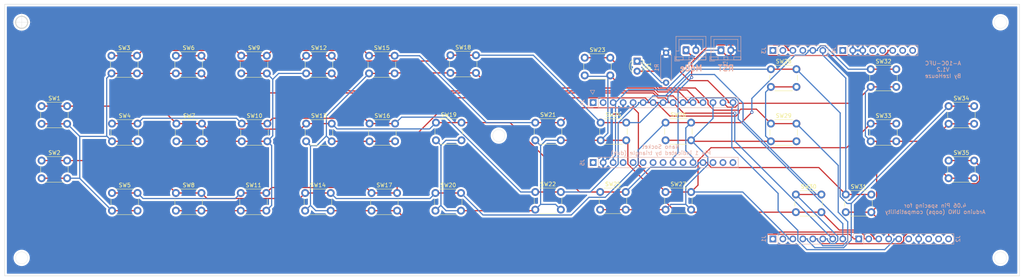
<source format=kicad_pcb>
(kicad_pcb (version 20171130) (host pcbnew "(5.0.2)-1")
  (title_block (title "A-10C UFC") (date 2019-08-02) (rev 1.2) (company IzeHouze))
  (layers (0 F.Cu signal) (31 B.Cu signal) (34 B.Paste user) (35 F.Paste user) (36 B.SilkS user) (37 F.SilkS user) (38 B.Mask user) (39 F.Mask user) (44 Edge.Cuts user))
  (net 0 "")
  (net 1 "Net-(D1-Pad1)")
  (net 2 /MastCaut)
  (net 3 /Row1)
  (net 4 /Row2)
  (net 5 /Row3)
  (net 6 /Row4)
  (net 7 /Row5)
  (net 8 /Row6)
  (net 9 /Col1)
  (net 10 /Col2)
  (net 11 /Col3)
  (net 12 /Col4)
  (net 13 /Col5)
  (net 14 /Col6)
  (net 15 "Net-(J2-Pad6)")
  (net 16 GND)
  (net 17 "Net-(J2-Pad8)")
  (net 18 "Net-(J2-Pad9)")
  (net 19 "Net-(J2-Pad10)")
  (net 20 "Net-(J3-Pad4)")
  (net 21 "Net-(J1-Pad1)")
  (net 22 "Net-(J1-Pad2)")
  (net 23 "Net-(J3-Pad1)")
  (net 24 "Net-(J3-Pad2)")
  (net 25 "Net-(J4-Pad2)")
  (net 26 "Net-(J4-Pad1)")
  (net 27 "Net-(J5-Pad1)")
  (net 28 "Net-(J5-Pad4)")
  (net 29 "Net-(J5-Pad5)")
  (net 30 "Net-(J5-Pad6)")
  (net 31 "Net-(J5-Pad7)")
  (net 32 "Net-(J5-Pad8)")
  (net 33 "Net-(J5-Pad10)")
  (net 34 "Net-(J5-Pad13)")
  (net 35 "Net-(J5-Pad14)")
  (net 36 "Net-(J5-Pad15)")
  (net 37 /RST)
  (net 38 "Net-(J6-Pad1)")
  (net 39 "Net-(J6-Pad4)")
  (net 40 "Net-(J6-Pad5)")
  (net 41 "Net-(J6-Pad7)")
  (net 42 "Net-(J6-Pad8)")
  (net 43 /Mode)
  (module Buttons_Switches_THT:SW_PUSH_6mm (layer F.Cu) (at 212.979 85.471)
    (fp_text reference SW24 (at 3.25 -2) (layer F.SilkS))
    (fp_text value SW_Push)
    (pad 1 thru_hole circle (at 6.5 0 90) (size 2 2) (drill 1.1) (layers *.Cu *.Mask) (net 8 /Row6))
    (pad 2 thru_hole circle (at 6.5 4.5 90) (size 2 2) (drill 1.1) (layers *.Cu *.Mask) (net 12 /Col4))
    (pad 1 thru_hole circle (at 0 0 90) (size 2 2) (drill 1.1) (layers *.Cu *.Mask) (net 8 /Row6))
    (pad 2 thru_hole circle (at 0 4.5 90) (size 2 2) (drill 1.1) (layers *.Cu *.Mask) (net 12 /Col4))
  )
  (module Buttons_Switches_THT:SW_PUSH_6mm (layer F.Cu) (at 196.342 103.124)
    (fp_text reference SW22 (at 3.25 -2) (layer F.SilkS))
    (fp_text value SW_Push)
    (pad 2 thru_hole circle (at 0 4.5 90) (size 2 2) (drill 1.1) (layers *.Cu *.Mask) (net 12 /Col4))
    (pad 1 thru_hole circle (at 0 0 90) (size 2 2) (drill 1.1) (layers *.Cu *.Mask) (net 6 /Row4))
    (pad 2 thru_hole circle (at 6.5 4.5 90) (size 2 2) (drill 1.1) (layers *.Cu *.Mask) (net 12 /Col4))
    (pad 1 thru_hole circle (at 6.5 0 90) (size 2 2) (drill 1.1) (layers *.Cu *.Mask) (net 6 /Row4))
  )
  (module Buttons_Switches_THT:SW_PUSH_6mm (layer F.Cu) (at 138.049 68.453)
    (fp_text reference SW12 (at 3.25 -2) (layer F.SilkS))
    (fp_text value SW_Push)
    (pad 1 thru_hole circle (at 6.5 0 90) (size 2 2) (drill 1.1) (layers *.Cu *.Mask) (net 8 /Row6))
    (pad 2 thru_hole circle (at 6.5 4.5 90) (size 2 2) (drill 1.1) (layers *.Cu *.Mask) (net 10 /Col2))
    (pad 1 thru_hole circle (at 0 0 90) (size 2 2) (drill 1.1) (layers *.Cu *.Mask) (net 8 /Row6))
    (pad 2 thru_hole circle (at 0 4.5 90) (size 2 2) (drill 1.1) (layers *.Cu *.Mask) (net 10 /Col2))
  )
  (module Buttons_Switches_THT:SW_PUSH_6mm (layer F.Cu) (at 212.852 103.124)
    (fp_text reference SW25 (at 3.25 -2) (layer F.SilkS))
    (fp_text value SW_Push)
    (pad 1 thru_hole circle (at 6.5 0 90) (size 2 2) (drill 1.1) (layers *.Cu *.Mask) (net 3 /Row1))
    (pad 2 thru_hole circle (at 6.5 4.5 90) (size 2 2) (drill 1.1) (layers *.Cu *.Mask) (net 13 /Col5))
    (pad 1 thru_hole circle (at 0 0 90) (size 2 2) (drill 1.1) (layers *.Cu *.Mask) (net 3 /Row1))
    (pad 2 thru_hole circle (at 0 4.5 90) (size 2 2) (drill 1.1) (layers *.Cu *.Mask) (net 13 /Col5))
  )
  (module Buttons_Switches_THT:SW_PUSH_6mm (layer F.Cu) (at 275.336 103.759)
    (fp_text reference SW31 (at 3.25 -2) (layer F.SilkS))
    (fp_text value SW_Push)
    (pad 2 thru_hole circle (at 0 4.5 90) (size 2 2) (drill 1.1) (layers *.Cu *.Mask) (net 14 /Col6))
    (pad 1 thru_hole circle (at 0 0 90) (size 2 2) (drill 1.1) (layers *.Cu *.Mask) (net 3 /Row1))
    (pad 2 thru_hole circle (at 6.5 4.5 90) (size 2 2) (drill 1.1) (layers *.Cu *.Mask) (net 14 /Col6))
    (pad 1 thru_hole circle (at 6.5 0 90) (size 2 2) (drill 1.1) (layers *.Cu *.Mask) (net 3 /Row1))
  )
  (module Buttons_Switches_THT:SW_PUSH_6mm (layer F.Cu) (at 208.915 68.961)
    (fp_text reference SW23 (at 3.25 -2) (layer F.SilkS))
    (fp_text value SW_Push)
    (pad 1 thru_hole circle (at 6.5 0 90) (size 2 2) (drill 1.1) (layers *.Cu *.Mask) (net 7 /Row5))
    (pad 2 thru_hole circle (at 6.5 4.5 90) (size 2 2) (drill 1.1) (layers *.Cu *.Mask) (net 12 /Col4))
    (pad 1 thru_hole circle (at 0 0 90) (size 2 2) (drill 1.1) (layers *.Cu *.Mask) (net 7 /Row5))
    (pad 2 thru_hole circle (at 0 4.5 90) (size 2 2) (drill 1.1) (layers *.Cu *.Mask) (net 12 /Col4))
  )
  (module Buttons_Switches_THT:SW_PUSH_6mm (layer F.Cu) (at 281.686 71.882)
    (fp_text reference SW32 (at 3.25 -2) (layer F.SilkS))
    (fp_text value SW_Push)
    (pad 2 thru_hole circle (at 0 4.5 90) (size 2 2) (drill 1.1) (layers *.Cu *.Mask) (net 14 /Col6))
    (pad 1 thru_hole circle (at 0 0 90) (size 2 2) (drill 1.1) (layers *.Cu *.Mask) (net 4 /Row2))
    (pad 2 thru_hole circle (at 6.5 4.5 90) (size 2 2) (drill 1.1) (layers *.Cu *.Mask) (net 14 /Col6))
    (pad 1 thru_hole circle (at 6.5 0 90) (size 2 2) (drill 1.1) (layers *.Cu *.Mask) (net 4 /Row2))
  )
  (module Buttons_Switches_THT:SW_PUSH_6mm (layer F.Cu) (at 137.795 103.378)
    (fp_text reference SW14 (at 3.25 -2) (layer F.SilkS))
    (fp_text value SW_Push)
    (pad 1 thru_hole circle (at 6.5 0 90) (size 2 2) (drill 1.1) (layers *.Cu *.Mask) (net 4 /Row2))
    (pad 2 thru_hole circle (at 6.5 4.5 90) (size 2 2) (drill 1.1) (layers *.Cu *.Mask) (net 11 /Col3))
    (pad 1 thru_hole circle (at 0 0 90) (size 2 2) (drill 1.1) (layers *.Cu *.Mask) (net 4 /Row2))
    (pad 2 thru_hole circle (at 0 4.5 90) (size 2 2) (drill 1.1) (layers *.Cu *.Mask) (net 11 /Col3))
  )
  (module Buttons_Switches_THT:SW_PUSH_6mm (layer F.Cu) (at 154.178 85.725)
    (fp_text reference SW16 (at 3.25 -2) (layer F.SilkS))
    (fp_text value SW_Push)
    (pad 1 thru_hole circle (at 6.5 0 90) (size 2 2) (drill 1.1) (layers *.Cu *.Mask) (net 6 /Row4))
    (pad 2 thru_hole circle (at 6.5 4.5 90) (size 2 2) (drill 1.1) (layers *.Cu *.Mask) (net 11 /Col3))
    (pad 1 thru_hole circle (at 0 0 90) (size 2 2) (drill 1.1) (layers *.Cu *.Mask) (net 6 /Row4))
    (pad 2 thru_hole circle (at 0 4.5 90) (size 2 2) (drill 1.1) (layers *.Cu *.Mask) (net 11 /Col3))
  )
  (module Buttons_Switches_THT:SW_PUSH_6mm (layer F.Cu) (at 70.739 95.123)
    (fp_text reference SW2 (at 3.25 -2) (layer F.SilkS))
    (fp_text value SW_Push)
    (pad 1 thru_hole circle (at 6.5 0 90) (size 2 2) (drill 1.1) (layers *.Cu *.Mask) (net 4 /Row2))
    (pad 2 thru_hole circle (at 6.5 4.5 90) (size 2 2) (drill 1.1) (layers *.Cu *.Mask) (net 9 /Col1))
    (pad 1 thru_hole circle (at 0 0 90) (size 2 2) (drill 1.1) (layers *.Cu *.Mask) (net 4 /Row2))
    (pad 2 thru_hole circle (at 0 4.5 90) (size 2 2) (drill 1.1) (layers *.Cu *.Mask) (net 9 /Col1))
  )
  (module Buttons_Switches_THT:SW_PUSH_6mm (layer F.Cu) (at 301.498 95.123)
    (fp_text reference SW35 (at 3.25 -2) (layer F.SilkS))
    (fp_text value SW_Push)
    (pad 1 thru_hole circle (at 6.5 0 90) (size 2 2) (drill 1.1) (layers *.Cu *.Mask) (net 7 /Row5))
    (pad 2 thru_hole circle (at 6.5 4.5 90) (size 2 2) (drill 1.1) (layers *.Cu *.Mask) (net 14 /Col6))
    (pad 1 thru_hole circle (at 0 0 90) (size 2 2) (drill 1.1) (layers *.Cu *.Mask) (net 7 /Row5))
    (pad 2 thru_hole circle (at 0 4.5 90) (size 2 2) (drill 1.1) (layers *.Cu *.Mask) (net 14 /Col6))
  )
  (module Buttons_Switches_THT:SW_PUSH_6mm (layer F.Cu) (at 154.686 103.378)
    (fp_text reference SW17 (at 3.25 -2) (layer F.SilkS))
    (fp_text value SW_Push)
    (pad 2 thru_hole circle (at 0 4.5 90) (size 2 2) (drill 1.1) (layers *.Cu *.Mask) (net 11 /Col3))
    (pad 1 thru_hole circle (at 0 0 90) (size 2 2) (drill 1.1) (layers *.Cu *.Mask) (net 7 /Row5))
    (pad 2 thru_hole circle (at 6.5 4.5 90) (size 2 2) (drill 1.1) (layers *.Cu *.Mask) (net 11 /Col3))
    (pad 1 thru_hole circle (at 6.5 0 90) (size 2 2) (drill 1.1) (layers *.Cu *.Mask) (net 7 /Row5))
  )
  (module Buttons_Switches_THT:SW_PUSH_6mm (layer F.Cu) (at 154.051 68.453)
    (fp_text reference SW15 (at 3.25 -2) (layer F.SilkS))
    (fp_text value SW_Push)
    (pad 1 thru_hole circle (at 6.5 0 90) (size 2 2) (drill 1.1) (layers *.Cu *.Mask) (net 5 /Row3))
    (pad 2 thru_hole circle (at 6.5 4.5 90) (size 2 2) (drill 1.1) (layers *.Cu *.Mask) (net 11 /Col3))
    (pad 1 thru_hole circle (at 0 0 90) (size 2 2) (drill 1.1) (layers *.Cu *.Mask) (net 5 /Row3))
    (pad 2 thru_hole circle (at 0 4.5 90) (size 2 2) (drill 1.1) (layers *.Cu *.Mask) (net 11 /Col3))
  )
  (module Buttons_Switches_THT:SW_PUSH_6mm (layer F.Cu) (at 104.902 103.378)
    (fp_text reference SW8 (at 3.25 -2) (layer F.SilkS))
    (fp_text value SW_Push)
    (pad 2 thru_hole circle (at 0 4.5 90) (size 2 2) (drill 1.1) (layers *.Cu *.Mask) (net 10 /Col2))
    (pad 1 thru_hole circle (at 0 0 90) (size 2 2) (drill 1.1) (layers *.Cu *.Mask) (net 4 /Row2))
    (pad 2 thru_hole circle (at 6.5 4.5 90) (size 2 2) (drill 1.1) (layers *.Cu *.Mask) (net 10 /Col2))
    (pad 1 thru_hole circle (at 6.5 0 90) (size 2 2) (drill 1.1) (layers *.Cu *.Mask) (net 4 /Row2))
  )
  (module Buttons_Switches_THT:SW_PUSH_6mm (layer F.Cu) (at 256.286 85.725)
    (fp_text reference SW29 (at 3.25 -2) (layer F.SilkS))
    (fp_text value SW_Push)
    (pad 2 thru_hole circle (at 0 4.5 90) (size 2 2) (drill 1.1) (layers *.Cu *.Mask) (net 13 /Col5))
    (pad 1 thru_hole circle (at 0 0 90) (size 2 2) (drill 1.1) (layers *.Cu *.Mask) (net 7 /Row5))
    (pad 2 thru_hole circle (at 6.5 4.5 90) (size 2 2) (drill 1.1) (layers *.Cu *.Mask) (net 13 /Col5))
    (pad 1 thru_hole circle (at 6.5 0 90) (size 2 2) (drill 1.1) (layers *.Cu *.Mask) (net 7 /Row5))
  )
  (module Buttons_Switches_THT:SW_PUSH_6mm (layer F.Cu) (at 121.412 103.378)
    (fp_text reference SW11 (at 3.25 -2) (layer F.SilkS))
    (fp_text value SW_Push)
    (pad 1 thru_hole circle (at 6.5 0 90) (size 2 2) (drill 1.1) (layers *.Cu *.Mask) (net 7 /Row5))
    (pad 2 thru_hole circle (at 6.5 4.5 90) (size 2 2) (drill 1.1) (layers *.Cu *.Mask) (net 10 /Col2))
    (pad 1 thru_hole circle (at 0 0 90) (size 2 2) (drill 1.1) (layers *.Cu *.Mask) (net 7 /Row5))
    (pad 2 thru_hole circle (at 0 4.5 90) (size 2 2) (drill 1.1) (layers *.Cu *.Mask) (net 10 /Col2))
  )
  (module Buttons_Switches_THT:SW_PUSH_6mm (layer F.Cu) (at 88.519 68.453)
    (fp_text reference SW3 (at 3.25 -2) (layer F.SilkS))
    (fp_text value SW_Push)
    (pad 1 thru_hole circle (at 6.5 0 90) (size 2 2) (drill 1.1) (layers *.Cu *.Mask) (net 5 /Row3))
    (pad 2 thru_hole circle (at 6.5 4.5 90) (size 2 2) (drill 1.1) (layers *.Cu *.Mask) (net 9 /Col1))
    (pad 1 thru_hole circle (at 0 0 90) (size 2 2) (drill 1.1) (layers *.Cu *.Mask) (net 5 /Row3))
    (pad 2 thru_hole circle (at 0 4.5 90) (size 2 2) (drill 1.1) (layers *.Cu *.Mask) (net 9 /Col1))
  )
  (module Buttons_Switches_THT:SW_PUSH_6mm (layer F.Cu) (at 104.902 68.453)
    (fp_text reference SW6 (at 3.25 -2) (layer F.SilkS))
    (fp_text value SW_Push)
    (pad 2 thru_hole circle (at 0 4.5 90) (size 2 2) (drill 1.1) (layers *.Cu *.Mask) (net 9 /Col1))
    (pad 1 thru_hole circle (at 0 0 90) (size 2 2) (drill 1.1) (layers *.Cu *.Mask) (net 8 /Row6))
    (pad 2 thru_hole circle (at 6.5 4.5 90) (size 2 2) (drill 1.1) (layers *.Cu *.Mask) (net 9 /Col1))
    (pad 1 thru_hole circle (at 6.5 0 90) (size 2 2) (drill 1.1) (layers *.Cu *.Mask) (net 8 /Row6))
  )
  (module Buttons_Switches_THT:SW_PUSH_6mm (layer F.Cu) (at 174.752 68.326)
    (fp_text reference SW18 (at 3.25 -2) (layer F.SilkS))
    (fp_text value SW_Push)
    (pad 2 thru_hole circle (at 0 4.5 90) (size 2 2) (drill 1.1) (layers *.Cu *.Mask) (net 11 /Col3))
    (pad 1 thru_hole circle (at 0 0 90) (size 2 2) (drill 1.1) (layers *.Cu *.Mask) (net 8 /Row6))
    (pad 2 thru_hole circle (at 6.5 4.5 90) (size 2 2) (drill 1.1) (layers *.Cu *.Mask) (net 11 /Col3))
    (pad 1 thru_hole circle (at 6.5 0 90) (size 2 2) (drill 1.1) (layers *.Cu *.Mask) (net 8 /Row6))
  )
  (module LED_THT:LED_D3.0mm (layer F.Cu) (at 222.25 69.85 270)
    (fp_text reference D1 (at 1.27 -2.96 90) (layer F.SilkS))
    (fp_text value LED)
    (pad 1 thru_hole rect (at 0 0 270) (size 1.8 1.8) (drill 0.9) (layers *.Cu *.Mask) (net 1 "Net-(D1-Pad1)"))
    (pad 2 thru_hole circle (at 2.54 0 270) (size 1.8 1.8) (drill 0.9) (layers *.Cu *.Mask) (net 2 /MastCaut))
  )
  (module Buttons_Switches_THT:SW_PUSH_6mm (layer F.Cu) (at 171.069 85.471)
    (fp_text reference SW19 (at 3.25 -2) (layer F.SilkS))
    (fp_text value SW_Push)
    (pad 2 thru_hole circle (at 0 4.5 90) (size 2 2) (drill 1.1) (layers *.Cu *.Mask) (net 12 /Col4))
    (pad 1 thru_hole circle (at 0 0 90) (size 2 2) (drill 1.1) (layers *.Cu *.Mask) (net 3 /Row1))
    (pad 2 thru_hole circle (at 6.5 4.5 90) (size 2 2) (drill 1.1) (layers *.Cu *.Mask) (net 12 /Col4))
    (pad 1 thru_hole circle (at 6.5 0 90) (size 2 2) (drill 1.1) (layers *.Cu *.Mask) (net 3 /Row1))
  )
  (module Buttons_Switches_THT:SW_PUSH_6mm (layer F.Cu) (at 281.686 85.725)
    (fp_text reference SW33 (at 3.25 -2) (layer F.SilkS))
    (fp_text value SW_Push)
    (pad 2 thru_hole circle (at 0 4.5 90) (size 2 2) (drill 1.1) (layers *.Cu *.Mask) (net 14 /Col6))
    (pad 1 thru_hole circle (at 0 0 90) (size 2 2) (drill 1.1) (layers *.Cu *.Mask) (net 5 /Row3))
    (pad 2 thru_hole circle (at 6.5 4.5 90) (size 2 2) (drill 1.1) (layers *.Cu *.Mask) (net 14 /Col6))
    (pad 1 thru_hole circle (at 6.5 0 90) (size 2 2) (drill 1.1) (layers *.Cu *.Mask) (net 5 /Row3))
  )
  (module Buttons_Switches_THT:SW_PUSH_6mm (layer F.Cu) (at 170.942 103.378)
    (fp_text reference SW20 (at 3.25 -2) (layer F.SilkS))
    (fp_text value SW_Push)
    (pad 2 thru_hole circle (at 0 4.5 90) (size 2 2) (drill 1.1) (layers *.Cu *.Mask) (net 12 /Col4))
    (pad 1 thru_hole circle (at 0 0 90) (size 2 2) (drill 1.1) (layers *.Cu *.Mask) (net 4 /Row2))
    (pad 2 thru_hole circle (at 6.5 4.5 90) (size 2 2) (drill 1.1) (layers *.Cu *.Mask) (net 12 /Col4))
    (pad 1 thru_hole circle (at 6.5 0 90) (size 2 2) (drill 1.1) (layers *.Cu *.Mask) (net 4 /Row2))
  )
  (module Buttons_Switches_THT:SW_PUSH_6mm (layer F.Cu) (at 105.029 85.725)
    (fp_text reference SW7 (at 3.25 -2) (layer F.SilkS))
    (fp_text value SW_Push)
    (pad 2 thru_hole circle (at 0 4.5 90) (size 2 2) (drill 1.1) (layers *.Cu *.Mask) (net 10 /Col2))
    (pad 1 thru_hole circle (at 0 0 90) (size 2 2) (drill 1.1) (layers *.Cu *.Mask) (net 3 /Row1))
    (pad 2 thru_hole circle (at 6.5 4.5 90) (size 2 2) (drill 1.1) (layers *.Cu *.Mask) (net 10 /Col2))
    (pad 1 thru_hole circle (at 6.5 0 90) (size 2 2) (drill 1.1) (layers *.Cu *.Mask) (net 3 /Row1))
  )
  (module Buttons_Switches_THT:SW_PUSH_6mm (layer F.Cu) (at 262.636 103.759)
    (fp_text reference SW30 (at 3.25 -2) (layer F.SilkS))
    (fp_text value SW_Push)
    (pad 2 thru_hole circle (at 0 4.5 90) (size 2 2) (drill 1.1) (layers *.Cu *.Mask) (net 13 /Col5))
    (pad 1 thru_hole circle (at 0 0 90) (size 2 2) (drill 1.1) (layers *.Cu *.Mask) (net 8 /Row6))
    (pad 2 thru_hole circle (at 6.5 4.5 90) (size 2 2) (drill 1.1) (layers *.Cu *.Mask) (net 13 /Col5))
    (pad 1 thru_hole circle (at 6.5 0 90) (size 2 2) (drill 1.1) (layers *.Cu *.Mask) (net 8 /Row6))
  )
  (module Buttons_Switches_THT:SW_PUSH_6mm (layer F.Cu) (at 138.049 85.725)
    (fp_text reference SW13 (at 3.25 -2) (layer F.SilkS))
    (fp_text value SW_Push)
    (pad 1 thru_hole circle (at 6.5 0 90) (size 2 2) (drill 1.1) (layers *.Cu *.Mask) (net 3 /Row1))
    (pad 2 thru_hole circle (at 6.5 4.5 90) (size 2 2) (drill 1.1) (layers *.Cu *.Mask) (net 11 /Col3))
    (pad 1 thru_hole circle (at 0 0 90) (size 2 2) (drill 1.1) (layers *.Cu *.Mask) (net 3 /Row1))
    (pad 2 thru_hole circle (at 0 4.5 90) (size 2 2) (drill 1.1) (layers *.Cu *.Mask) (net 11 /Col3))
  )
  (module Buttons_Switches_THT:SW_PUSH_6mm (layer F.Cu) (at 121.666 85.725)
    (fp_text reference SW10 (at 3.25 -2) (layer F.SilkS))
    (fp_text value SW_Push)
    (pad 2 thru_hole circle (at 0 4.5 90) (size 2 2) (drill 1.1) (layers *.Cu *.Mask) (net 10 /Col2))
    (pad 1 thru_hole circle (at 0 0 90) (size 2 2) (drill 1.1) (layers *.Cu *.Mask) (net 6 /Row4))
    (pad 2 thru_hole circle (at 6.5 4.5 90) (size 2 2) (drill 1.1) (layers *.Cu *.Mask) (net 10 /Col2))
    (pad 1 thru_hole circle (at 6.5 0 90) (size 2 2) (drill 1.1) (layers *.Cu *.Mask) (net 6 /Row4))
  )
  (module Connector_PinHeader_2.54mm:PinHeader_1x10_P2.54mm_Vertical (layer B.Cu) (at 278.638 115.062 270)
    (fp_text reference J2 (at 0 -25.277 270) (layer B.SilkS) (effects (justify mirror)))
    (fp_text value Conn_01x10_MountingPin hide)
    (pad 1 thru_hole rect (at 0 0 270) (size 1.7 1.7) (drill 1) (layers *.Cu *.Mask) (net 11 /Col3))
    (pad 2 thru_hole oval (at 0 -2.54 270) (size 1.7 1.7) (drill 1) (layers *.Cu *.Mask) (net 12 /Col4))
    (pad 3 thru_hole oval (at 0 -5.08 270) (size 1.7 1.7) (drill 1) (layers *.Cu *.Mask) (net 13 /Col5))
    (pad 4 thru_hole oval (at 0 -7.62 270) (size 1.7 1.7) (drill 1) (layers *.Cu *.Mask) (net 14 /Col6))
    (pad 5 thru_hole oval (at 0 -10.16 270) (size 1.7 1.7) (drill 1) (layers *.Cu *.Mask) (net 2 /MastCaut))
    (pad 6 thru_hole oval (at 0 -12.7 270) (size 1.7 1.7) (drill 1) (layers *.Cu *.Mask) (net 15 "Net-(J2-Pad6)"))
    (pad 7 thru_hole oval (at 0 -15.24 270) (size 1.7 1.7) (drill 1) (layers *.Cu *.Mask) (net 16 GND))
    (pad 8 thru_hole oval (at 0 -17.78 270) (size 1.7 1.7) (drill 1) (layers *.Cu *.Mask) (net 17 "Net-(J2-Pad8)"))
    (pad 9 thru_hole oval (at 0 -20.32 270) (size 1.7 1.7) (drill 1) (layers *.Cu *.Mask) (net 18 "Net-(J2-Pad9)"))
    (pad 10 thru_hole oval (at 0 -22.86 270) (size 1.7 1.7) (drill 1) (layers *.Cu *.Mask) (net 19 "Net-(J2-Pad10)"))
  )
  (module Buttons_Switches_THT:SW_PUSH_6mm (layer F.Cu) (at 229.489 103.124)
    (fp_text reference SW27 (at 3.25 -2) (layer F.SilkS))
    (fp_text value SW_Push)
    (pad 1 thru_hole circle (at 6.5 0 90) (size 2 2) (drill 1.1) (layers *.Cu *.Mask) (net 5 /Row3))
    (pad 2 thru_hole circle (at 6.5 4.5 90) (size 2 2) (drill 1.1) (layers *.Cu *.Mask) (net 13 /Col5))
    (pad 1 thru_hole circle (at 0 0 90) (size 2 2) (drill 1.1) (layers *.Cu *.Mask) (net 5 /Row3))
    (pad 2 thru_hole circle (at 0 4.5 90) (size 2 2) (drill 1.1) (layers *.Cu *.Mask) (net 13 /Col5))
  )
  (module Buttons_Switches_THT:SW_PUSH_6mm (layer F.Cu) (at 121.539 68.453)
    (fp_text reference SW9 (at 3.25 -2) (layer F.SilkS))
    (fp_text value SW_Push)
    (pad 2 thru_hole circle (at 0 4.5 90) (size 2 2) (drill 1.1) (layers *.Cu *.Mask) (net 10 /Col2))
    (pad 1 thru_hole circle (at 0 0 90) (size 2 2) (drill 1.1) (layers *.Cu *.Mask) (net 5 /Row3))
    (pad 2 thru_hole circle (at 6.5 4.5 90) (size 2 2) (drill 1.1) (layers *.Cu *.Mask) (net 10 /Col2))
    (pad 1 thru_hole circle (at 6.5 0 90) (size 2 2) (drill 1.1) (layers *.Cu *.Mask) (net 5 /Row3))
  )
  (module Buttons_Switches_THT:SW_PUSH_6mm (layer F.Cu) (at 301.498 81.28)
    (fp_text reference SW34 (at 3.25 -2) (layer F.SilkS))
    (fp_text value SW_Push)
    (pad 1 thru_hole circle (at 6.5 0 90) (size 2 2) (drill 1.1) (layers *.Cu *.Mask) (net 6 /Row4))
    (pad 2 thru_hole circle (at 6.5 4.5 90) (size 2 2) (drill 1.1) (layers *.Cu *.Mask) (net 14 /Col6))
    (pad 1 thru_hole circle (at 0 0 90) (size 2 2) (drill 1.1) (layers *.Cu *.Mask) (net 6 /Row4))
    (pad 2 thru_hole circle (at 0 4.5 90) (size 2 2) (drill 1.1) (layers *.Cu *.Mask) (net 14 /Col6))
  )
  (module Connector_PinHeader_2.54mm:PinHeader_1x06_P2.54mm_Vertical (layer B.Cu) (at 256.794 67.1068 270)
    (fp_text reference J3 (at 0 2.33 270) (layer B.SilkS) (effects (justify mirror)))
    (fp_text value Conn_01x06_MountingPin hide)
    (pad 1 thru_hole rect (at 0 0 270) (size 1.7 1.7) (drill 1) (layers *.Cu *.Mask) (net 23 "Net-(J3-Pad1)"))
    (pad 2 thru_hole oval (at 0 -2.54 270) (size 1.7 1.7) (drill 1) (layers *.Cu *.Mask) (net 24 "Net-(J3-Pad2)"))
    (pad 3 thru_hole oval (at 0 -5.08 270) (size 1.7 1.7) (drill 1) (layers *.Cu *.Mask) (net 43 /Mode))
    (pad 4 thru_hole oval (at 0 -7.62 270) (size 1.7 1.7) (drill 1) (layers *.Cu *.Mask) (net 20 "Net-(J3-Pad4)"))
    (pad 5 thru_hole oval (at 0 -10.16 270) (size 1.7 1.7) (drill 1) (layers *.Cu *.Mask) (net 4 /Row2))
    (pad 6 thru_hole oval (at 0 -12.7 270) (size 1.7 1.7) (drill 1) (layers *.Cu *.Mask) (net 3 /Row1))
  )
  (module Resistor_THT:R_Axial_DIN0207_L6.3mm_D2.5mm_P7.62mm_Horizontal (layer B.Cu) (at 229.616 67.691 270)
    (fp_text reference R1 (at 3.81 2.37 90) (layer B.SilkS) (effects (justify mirror)))
    (fp_text value R)
    (pad 1 thru_hole circle (at 0 0 270) (size 1.6 1.6) (drill 0.8) (layers *.Cu *.Mask) (net 16 GND))
    (pad 2 thru_hole oval (at 7.62 0 270) (size 1.6 1.6) (drill 0.8) (layers *.Cu *.Mask) (net 1 "Net-(D1-Pad1)"))
  )
  (module Buttons_Switches_THT:SW_PUSH_6mm (layer F.Cu) (at 88.646 103.378)
    (fp_text reference SW5 (at 3.25 -2) (layer F.SilkS))
    (fp_text value SW_Push)
    (pad 2 thru_hole circle (at 0 4.5 90) (size 2 2) (drill 1.1) (layers *.Cu *.Mask) (net 9 /Col1))
    (pad 1 thru_hole circle (at 0 0 90) (size 2 2) (drill 1.1) (layers *.Cu *.Mask) (net 7 /Row5))
    (pad 2 thru_hole circle (at 6.5 4.5 90) (size 2 2) (drill 1.1) (layers *.Cu *.Mask) (net 9 /Col1))
    (pad 1 thru_hole circle (at 6.5 0 90) (size 2 2) (drill 1.1) (layers *.Cu *.Mask) (net 7 /Row5))
  )
  (module Buttons_Switches_THT:SW_PUSH_6mm (layer F.Cu) (at 256.286 71.882)
    (fp_text reference SW28 (at 3.25 -2) (layer F.SilkS))
    (fp_text value SW_Push)
    (pad 2 thru_hole circle (at 0 4.5 90) (size 2 2) (drill 1.1) (layers *.Cu *.Mask) (net 13 /Col5))
    (pad 1 thru_hole circle (at 0 0 90) (size 2 2) (drill 1.1) (layers *.Cu *.Mask) (net 6 /Row4))
    (pad 2 thru_hole circle (at 6.5 4.5 90) (size 2 2) (drill 1.1) (layers *.Cu *.Mask) (net 13 /Col5))
    (pad 1 thru_hole circle (at 6.5 0 90) (size 2 2) (drill 1.1) (layers *.Cu *.Mask) (net 6 /Row4))
  )
  (module Buttons_Switches_THT:SW_PUSH_6mm (layer F.Cu) (at 196.342 85.471)
    (fp_text reference SW21 (at 3.25 -2) (layer F.SilkS))
    (fp_text value SW_Push)
    (pad 2 thru_hole circle (at 0 4.5 90) (size 2 2) (drill 1.1) (layers *.Cu *.Mask) (net 12 /Col4))
    (pad 1 thru_hole circle (at 0 0 90) (size 2 2) (drill 1.1) (layers *.Cu *.Mask) (net 5 /Row3))
    (pad 2 thru_hole circle (at 6.5 4.5 90) (size 2 2) (drill 1.1) (layers *.Cu *.Mask) (net 12 /Col4))
    (pad 1 thru_hole circle (at 6.5 0 90) (size 2 2) (drill 1.1) (layers *.Cu *.Mask) (net 5 /Row3))
  )
  (module Connector_PinHeader_2.54mm:PinHeader_1x08_P2.54mm_Vertical (layer B.Cu) (at 256.794 115.062 270)
    (fp_text reference J1 (at 0 2.33 270) (layer B.SilkS) (effects (justify mirror)))
    (fp_text value Conn_01x08_MountingPin hide)
    (pad 1 thru_hole rect (at 0 0 270) (size 1.7 1.7) (drill 1) (layers *.Cu *.Mask) (net 21 "Net-(J1-Pad1)"))
    (pad 2 thru_hole oval (at 0 -2.54 270) (size 1.7 1.7) (drill 1) (layers *.Cu *.Mask) (net 22 "Net-(J1-Pad2)"))
    (pad 3 thru_hole oval (at 0 -5.08 270) (size 1.7 1.7) (drill 1) (layers *.Cu *.Mask) (net 5 /Row3))
    (pad 4 thru_hole oval (at 0 -7.62 270) (size 1.7 1.7) (drill 1) (layers *.Cu *.Mask) (net 6 /Row4))
    (pad 5 thru_hole oval (at 0 -10.16 270) (size 1.7 1.7) (drill 1) (layers *.Cu *.Mask) (net 7 /Row5))
    (pad 6 thru_hole oval (at 0 -12.7 270) (size 1.7 1.7) (drill 1) (layers *.Cu *.Mask) (net 8 /Row6))
    (pad 7 thru_hole oval (at 0 -15.24 270) (size 1.7 1.7) (drill 1) (layers *.Cu *.Mask) (net 9 /Col1))
    (pad 8 thru_hole oval (at 0 -17.78 270) (size 1.7 1.7) (drill 1) (layers *.Cu *.Mask) (net 10 /Col2))
  )
  (module Buttons_Switches_THT:SW_PUSH_6mm (layer F.Cu) (at 70.739 81.28)
    (fp_text reference SW1 (at 3.25 -2) (layer F.SilkS))
    (fp_text value SW_Push)
    (pad 1 thru_hole circle (at 6.5 0 90) (size 2 2) (drill 1.1) (layers *.Cu *.Mask) (net 3 /Row1))
    (pad 2 thru_hole circle (at 6.5 4.5 90) (size 2 2) (drill 1.1) (layers *.Cu *.Mask) (net 9 /Col1))
    (pad 1 thru_hole circle (at 0 0 90) (size 2 2) (drill 1.1) (layers *.Cu *.Mask) (net 3 /Row1))
    (pad 2 thru_hole circle (at 0 4.5 90) (size 2 2) (drill 1.1) (layers *.Cu *.Mask) (net 9 /Col1))
  )
  (module Buttons_Switches_THT:SW_PUSH_6mm (layer F.Cu) (at 88.646 85.725)
    (fp_text reference SW4 (at 3.25 -2) (layer F.SilkS))
    (fp_text value SW_Push)
    (pad 1 thru_hole circle (at 6.5 0 90) (size 2 2) (drill 1.1) (layers *.Cu *.Mask) (net 6 /Row4))
    (pad 2 thru_hole circle (at 6.5 4.5 90) (size 2 2) (drill 1.1) (layers *.Cu *.Mask) (net 9 /Col1))
    (pad 1 thru_hole circle (at 0 0 90) (size 2 2) (drill 1.1) (layers *.Cu *.Mask) (net 6 /Row4))
    (pad 2 thru_hole circle (at 0 4.5 90) (size 2 2) (drill 1.1) (layers *.Cu *.Mask) (net 9 /Col1))
  )
  (module Buttons_Switches_THT:SW_PUSH_6mm (layer F.Cu) (at 229.489 85.471)
    (fp_text reference SW26 (at 3.25 -2) (layer F.SilkS))
    (fp_text value SW_Push)
    (pad 1 thru_hole circle (at 6.5 0 90) (size 2 2) (drill 1.1) (layers *.Cu *.Mask) (net 4 /Row2))
    (pad 2 thru_hole circle (at 6.5 4.5 90) (size 2 2) (drill 1.1) (layers *.Cu *.Mask) (net 13 /Col5))
    (pad 1 thru_hole circle (at 0 0 90) (size 2 2) (drill 1.1) (layers *.Cu *.Mask) (net 4 /Row2))
    (pad 2 thru_hole circle (at 0 4.5 90) (size 2 2) (drill 1.1) (layers *.Cu *.Mask) (net 13 /Col5))
  )
  (module Connector_PinSocket_2.54mm:PinSocket_1x15_P2.54mm_Vertical (layer B.Cu) (at 211.074 80.3656 270)
    (fp_text reference J4 (at 0 2.77 270) (layer B.SilkS) (effects (justify mirror)))
    (fp_text value Conn_01x15_Female hide)
    (pad 15 thru_hole oval (at 0 -35.56 270) (size 1.7 1.7) (drill 1) (layers *.Cu *.Mask) (net 2 /MastCaut))
    (pad 14 thru_hole oval (at 0 -33.02 270) (size 1.7 1.7) (drill 1) (layers *.Cu *.Mask) (net 14 /Col6))
    (pad 13 thru_hole oval (at 0 -30.48 270) (size 1.7 1.7) (drill 1) (layers *.Cu *.Mask) (net 13 /Col5))
    (pad 12 thru_hole oval (at 0 -27.94 270) (size 1.7 1.7) (drill 1) (layers *.Cu *.Mask) (net 12 /Col4))
    (pad 11 thru_hole oval (at 0 -25.4 270) (size 1.7 1.7) (drill 1) (layers *.Cu *.Mask) (net 11 /Col3))
    (pad 10 thru_hole oval (at 0 -22.86 270) (size 1.7 1.7) (drill 1) (layers *.Cu *.Mask) (net 10 /Col2))
    (pad 9 thru_hole oval (at 0 -20.32 270) (size 1.7 1.7) (drill 1) (layers *.Cu *.Mask) (net 9 /Col1))
    (pad 8 thru_hole oval (at 0 -17.78 270) (size 1.7 1.7) (drill 1) (layers *.Cu *.Mask) (net 8 /Row6))
    (pad 7 thru_hole oval (at 0 -15.24 270) (size 1.7 1.7) (drill 1) (layers *.Cu *.Mask) (net 7 /Row5))
    (pad 6 thru_hole oval (at 0 -12.7 270) (size 1.7 1.7) (drill 1) (layers *.Cu *.Mask) (net 6 /Row4))
    (pad 5 thru_hole oval (at 0 -10.16 270) (size 1.7 1.7) (drill 1) (layers *.Cu *.Mask) (net 5 /Row3))
    (pad 4 thru_hole oval (at 0 -7.62 270) (size 1.7 1.7) (drill 1) (layers *.Cu *.Mask) (net 16 GND))
    (pad 3 thru_hole oval (at 0 -5.08 270) (size 1.7 1.7) (drill 1) (layers *.Cu *.Mask) (net 37 /RST))
    (pad 2 thru_hole oval (at 0 -2.54 270) (size 1.7 1.7) (drill 1) (layers *.Cu *.Mask) (net 25 "Net-(J4-Pad2)"))
    (pad 1 thru_hole rect (at 0 0 270) (size 1.7 1.7) (drill 1) (layers *.Cu *.Mask) (net 26 "Net-(J4-Pad1)"))
  )
  (module Connector_PinSocket_2.54mm:PinSocket_1x15_P2.54mm_Vertical (layer B.Cu) (at 211.074 95.631 270)
    (fp_text reference J5 (at 0 2.77 270) (layer B.SilkS) (effects (justify mirror)))
    (fp_text value Conn_01x15_Female hide)
    (pad 1 thru_hole rect (at 0 0 270) (size 1.7 1.7) (drill 1) (layers *.Cu *.Mask) (net 27 "Net-(J5-Pad1)"))
    (pad 2 thru_hole oval (at 0 -2.54 270) (size 1.7 1.7) (drill 1) (layers *.Cu *.Mask) (net 16 GND))
    (pad 3 thru_hole oval (at 0 -5.08 270) (size 1.7 1.7) (drill 1) (layers *.Cu *.Mask) (net 37 /RST))
    (pad 4 thru_hole oval (at 0 -7.62 270) (size 1.7 1.7) (drill 1) (layers *.Cu *.Mask) (net 28 "Net-(J5-Pad4)"))
    (pad 5 thru_hole oval (at 0 -10.16 270) (size 1.7 1.7) (drill 1) (layers *.Cu *.Mask) (net 29 "Net-(J5-Pad5)"))
    (pad 6 thru_hole oval (at 0 -12.7 270) (size 1.7 1.7) (drill 1) (layers *.Cu *.Mask) (net 30 "Net-(J5-Pad6)"))
    (pad 7 thru_hole oval (at 0 -15.24 270) (size 1.7 1.7) (drill 1) (layers *.Cu *.Mask) (net 31 "Net-(J5-Pad7)"))
    (pad 8 thru_hole oval (at 0 -17.78 270) (size 1.7 1.7) (drill 1) (layers *.Cu *.Mask) (net 32 "Net-(J5-Pad8)"))
    (pad 9 thru_hole oval (at 0 -20.32 270) (size 1.7 1.7) (drill 1) (layers *.Cu *.Mask) (net 43 /Mode))
    (pad 10 thru_hole oval (at 0 -22.86 270) (size 1.7 1.7) (drill 1) (layers *.Cu *.Mask) (net 33 "Net-(J5-Pad10)"))
    (pad 11 thru_hole oval (at 0 -25.4 270) (size 1.7 1.7) (drill 1) (layers *.Cu *.Mask) (net 4 /Row2))
    (pad 12 thru_hole oval (at 0 -27.94 270) (size 1.7 1.7) (drill 1) (layers *.Cu *.Mask) (net 3 /Row1))
    (pad 13 thru_hole oval (at 0 -30.48 270) (size 1.7 1.7) (drill 1) (layers *.Cu *.Mask) (net 34 "Net-(J5-Pad13)"))
    (pad 14 thru_hole oval (at 0 -33.02 270) (size 1.7 1.7) (drill 1) (layers *.Cu *.Mask) (net 35 "Net-(J5-Pad14)"))
    (pad 15 thru_hole oval (at 0 -35.56 270) (size 1.7 1.7) (drill 1) (layers *.Cu *.Mask) (net 36 "Net-(J5-Pad15)"))
  )
  (module Connector_PinHeader_2.54mm:PinHeader_1x08_P2.54mm_Vertical (layer B.Cu) (at 274.574 67.1068 270)
    (fp_text reference J6 (at 0 2.33 270) (layer B.SilkS) (effects (justify mirror)))
    (fp_text value Conn_01x08_MountingPin hide)
    (pad 1 thru_hole rect (at 0 0 270) (size 1.7 1.7) (drill 1) (layers *.Cu *.Mask) (net 38 "Net-(J6-Pad1)"))
    (pad 2 thru_hole oval (at 0 -2.54 270) (size 1.7 1.7) (drill 1) (layers *.Cu *.Mask) (net 16 GND))
    (pad 3 thru_hole oval (at 0 -5.08 270) (size 1.7 1.7) (drill 1) (layers *.Cu *.Mask) (net 16 GND))
    (pad 4 thru_hole oval (at 0 -7.62 270) (size 1.7 1.7) (drill 1) (layers *.Cu *.Mask) (net 39 "Net-(J6-Pad4)"))
    (pad 5 thru_hole oval (at 0 -10.16 270) (size 1.7 1.7) (drill 1) (layers *.Cu *.Mask) (net 40 "Net-(J6-Pad5)"))
    (pad 6 thru_hole oval (at 0 -12.7 270) (size 1.7 1.7) (drill 1) (layers *.Cu *.Mask) (net 37 /RST))
    (pad 7 thru_hole oval (at 0 -15.24 270) (size 1.7 1.7) (drill 1) (layers *.Cu *.Mask) (net 41 "Net-(J6-Pad7)"))
    (pad 8 thru_hole oval (at 0 -17.78 270) (size 1.7 1.7) (drill 1) (layers *.Cu *.Mask) (net 42 "Net-(J6-Pad8)"))
  )
  (module Connector_JST:JST_XH_B02B-XH-A_1x02_P2.50mm_Vertical (layer B.Cu) (at 243.586 67.056)
    (fp_text reference J7 (at 1.25 3.55) (layer B.SilkS) (effects (justify mirror)))
    (fp_text value Conn_01x02 hide)
    (pad 1 thru_hole roundrect (at 0 0) (size 1.7 2) (drill 1) (layers *.Cu *.Mask) (roundrect_rratio 0.147059) (net 37 /RST))
    (pad 2 thru_hole oval (at 2.5 0) (size 1.7 2) (drill 1) (layers *.Cu *.Mask) (net 16 GND))
  )
  (module Connector_JST:JST_XH_B02B-XH-A_1x02_P2.50mm_Vertical (layer B.Cu) (at 234.696 67.056)
    (fp_text reference J8 (at 1.25 3.55) (layer B.SilkS) (effects (justify mirror)))
    (fp_text value Conn_01x02 hide)
    (pad 2 thru_hole oval (at 2.5 0) (size 1.7 2) (drill 1) (layers *.Cu *.Mask) (net 16 GND))
    (pad 1 thru_hole roundrect (at 0 0) (size 1.7 2) (drill 1) (layers *.Cu *.Mask) (roundrect_rratio 0.147059) (net 43 /Mode))
  )
  (gr_text "Nano Socket\nPin 1 indicated by triangle (duh)" (at 228.2952 92.4052) (layer B.SilkS) (effects (font (size 1 1)) (justify mirror)))
  (gr_line (start 211.455 77.2414) (end 210.947 78.2574) (layer B.SilkS) (width 0.12))
  (gr_line (start 210.312 77.2414) (end 211.455 77.2414) (layer B.SilkS) (width 0.12))
  (gr_line (start 210.947 78.2574) (end 210.312 77.2414) (layer B.SilkS) (width 0.12))
  (gr_text Mode (at 235.966 71.628) (layer B.SilkS) (effects (font (size 1.5 1.5) (thickness 0.3)) (justify mirror)))
  (gr_text RST (at 244.856 71.628) (layer B.SilkS) (effects (font (size 1.5 1.5) (thickness 0.3)) (justify mirror)))
  (gr_circle (center 65.659 59.944) (end 67.175627 59.944) (layer Edge.Cuts) (width 0.2))
  (gr_circle (center 65.659 119.888) (end 67.056 119.253) (layer Edge.Cuts) (width 0.05))
  (gr_circle (center 314.706 59.944) (end 315.976 59.055) (layer Edge.Cuts) (width 0.05))
  (target plus (at 65.688544 59.968559) (size 5) (width 0.05) (layer Edge.Cuts))
  (gr_text "4.06 Pin spacing for\nArduino UNO (oops) compatibility" (at 298.0944 107.3912) (layer B.SilkS) (effects (font (size 1 1)) (justify mirror)))
  (gr_text "A-10C-UFC\nV1.2\nBy IzeHouze" (at 300.0756 71.9836) (layer B.SilkS) (effects (font (size 1 1)) (justify mirror)))
  (gr_line (start 61.341 55.372) (end 319.532 55.372) (layer Edge.Cuts) (width 0.1))
  (gr_line (start 61.341 124.46) (end 61.341 55.372) (layer Edge.Cuts) (width 0.1))
  (gr_line (start 319.532 124.46) (end 61.341 124.46) (layer Edge.Cuts) (width 0.1))
  (gr_line (start 319.532 55.372) (end 319.532 124.46) (layer Edge.Cuts) (width 0.1))
  (gr_circle (center 187.060454 88.773) (end 188.457454 88.138) (layer Edge.Cuts) (width 0.05))
  (gr_circle (center 314.706 119.888) (end 315.849 118.872) (layer Edge.Cuts) (width 0.05))
  (segment (start 222.25 69.85) (end 223.5003 69.85) (width 0.3) (layer B.Cu) (net 1))
  (segment (start 229.616 75.311) (end 228.4657 75.311) (width 0.3) (layer B.Cu) (net 1))
  (segment (start 228.4657 75.311) (end 223.5003 70.3456) (width 0.3) (layer B.Cu) (net 1))
  (segment (start 223.5003 70.3456) (end 223.5003 69.85) (width 0.3) (layer B.Cu) (net 1))
  (segment (start 222.25 72.39) (end 233.1137 72.39) (width 0.3) (layer F.Cu) (net 2))
  (segment (start 233.1137 72.39) (end 235.5159 74.7922) (width 0.3) (layer F.Cu) (net 2))
  (segment (start 235.5159 74.7922) (end 240.2354 74.7922) (width 0.3) (layer F.Cu) (net 2))
  (segment (start 240.2354 74.7922) (end 245.4337 79.9905) (width 0.3) (layer F.Cu) (net 2))
  (segment (start 245.4337 79.9905) (end 245.4337 80.3656) (width 0.3) (layer F.Cu) (net 2))
  (segment (start 246.634 80.3656) (end 245.4337 80.3656) (width 0.3) (layer F.Cu) (net 2))
  (segment (start 246.634 81.5659) (end 246.342 81.8579) (width 0.3) (layer B.Cu) (net 2))
  (segment (start 246.342 81.8579) (end 246.342 91.7075) (width 0.3) (layer B.Cu) (net 2))
  (segment (start 246.342 91.7075) (end 258.1191 103.4846) (width 0.3) (layer B.Cu) (net 2))
  (segment (start 258.1191 103.4846) (end 258.1191 107.8599) (width 0.3) (layer B.Cu) (net 2))
  (segment (start 258.1191 107.8599) (end 263.144 112.8848) (width 0.3) (layer B.Cu) (net 2))
  (segment (start 263.144 112.8848) (end 263.144 115.5197) (width 0.3) (layer B.Cu) (net 2))
  (segment (start 263.144 115.5197) (end 265.4088 117.7845) (width 0.3) (layer B.Cu) (net 2))
  (segment (start 265.4088 117.7845) (end 285.2482 117.7845) (width 0.3) (layer B.Cu) (net 2))
  (segment (start 285.2482 117.7845) (end 287.5977 115.435) (width 0.3) (layer B.Cu) (net 2))
  (segment (start 287.5977 115.435) (end 287.5977 115.062) (width 0.3) (layer B.Cu) (net 2))
  (segment (start 246.634 80.3656) (end 246.634 81.5659) (width 0.3) (layer B.Cu) (net 2))
  (segment (start 288.798 115.062) (end 287.5977 115.062) (width 0.3) (layer B.Cu) (net 2))
  (segment (start 212.852 103.124) (end 207.5852 103.124) (width 0.3) (layer F.Cu) (net 3))
  (segment (start 207.5852 103.124) (end 189.9322 85.471) (width 0.3) (layer F.Cu) (net 3))
  (segment (start 189.9322 85.471) (end 177.569 85.471) (width 0.3) (layer F.Cu) (net 3))
  (segment (start 219.352 103.124) (end 212.852 103.124) (width 0.3) (layer F.Cu) (net 3))
  (segment (start 138.049 85.725) (end 136.6428 87.1312) (width 0.3) (layer F.Cu) (net 3))
  (segment (start 136.6428 87.1312) (end 112.9352 87.1312) (width 0.3) (layer F.Cu) (net 3))
  (segment (start 112.9352 87.1312) (end 111.529 85.725) (width 0.3) (layer F.Cu) (net 3))
  (segment (start 144.549 85.725) (end 138.049 85.725) (width 0.3) (layer F.Cu) (net 3))
  (segment (start 77.239 81.28) (end 70.739 81.28) (width 0.3) (layer F.Cu) (net 3))
  (segment (start 105.029 85.725) (end 100.584 81.28) (width 0.3) (layer F.Cu) (net 3))
  (segment (start 100.584 81.28) (end 77.239 81.28) (width 0.3) (layer F.Cu) (net 3))
  (segment (start 177.569 85.471) (end 171.069 85.471) (width 0.3) (layer F.Cu) (net 3))
  (segment (start 275.336 103.759) (end 268.477 96.9) (width 0.3) (layer F.Cu) (net 3))
  (segment (start 268.477 96.9) (end 241.1224 96.9) (width 0.3) (layer F.Cu) (net 3))
  (segment (start 241.1224 96.9) (end 240.2143 95.9919) (width 0.3) (layer F.Cu) (net 3))
  (segment (start 240.2143 95.9919) (end 240.2143 95.631) (width 0.3) (layer F.Cu) (net 3))
  (segment (start 281.836 103.759) (end 275.336 103.759) (width 0.3) (layer F.Cu) (net 3))
  (segment (start 239.014 95.631) (end 240.2143 95.631) (width 0.3) (layer F.Cu) (net 3))
  (segment (start 171.069 85.471) (end 169.4646 87.0754) (width 0.3) (layer B.Cu) (net 3))
  (segment (start 169.4646 87.0754) (end 145.8994 87.0754) (width 0.3) (layer B.Cu) (net 3))
  (segment (start 145.8994 87.0754) (end 144.549 85.725) (width 0.3) (layer B.Cu) (net 3))
  (segment (start 111.529 85.725) (end 105.029 85.725) (width 0.3) (layer F.Cu) (net 3))
  (segment (start 219.352 103.124) (end 225.6447 96.8313) (width 0.3) (layer B.Cu) (net 3))
  (segment (start 225.6447 96.8313) (end 236.9886 96.8313) (width 0.3) (layer B.Cu) (net 3))
  (segment (start 236.9886 96.8313) (end 237.8137 96.0062) (width 0.3) (layer B.Cu) (net 3))
  (segment (start 237.8137 96.0062) (end 237.8137 95.631) (width 0.3) (layer B.Cu) (net 3))
  (segment (start 269.494 67.1068) (end 269.494 68.3071) (width 0.3) (layer B.Cu) (net 3))
  (segment (start 269.494 68.3071) (end 275.336 74.1491) (width 0.3) (layer B.Cu) (net 3))
  (segment (start 275.336 74.1491) (end 275.336 103.759) (width 0.3) (layer B.Cu) (net 3))
  (segment (start 239.014 95.631) (end 237.8137 95.631) (width 0.3) (layer B.Cu) (net 3))
  (segment (start 229.489 85.471) (end 222.504 92.456) (width 0.3) (layer B.Cu) (net 4))
  (segment (start 222.504 92.456) (end 222.504 96.1043) (width 0.3) (layer B.Cu) (net 4))
  (segment (start 222.504 96.1043) (end 214.1339 104.4744) (width 0.3) (layer B.Cu) (net 4))
  (segment (start 214.1339 104.4744) (end 209.9994 104.4744) (width 0.3) (layer B.Cu) (net 4))
  (segment (start 209.9994 104.4744) (end 205.4979 108.9759) (width 0.3) (layer B.Cu) (net 4))
  (segment (start 205.4979 108.9759) (end 183.0399 108.9759) (width 0.3) (layer B.Cu) (net 4))
  (segment (start 183.0399 108.9759) (end 177.442 103.378) (width 0.3) (layer B.Cu) (net 4))
  (segment (start 266.954 67.1068) (end 265.7537 67.1068) (width 0.3) (layer B.Cu) (net 4))
  (segment (start 235.989 85.471) (end 248.801 85.471) (width 0.3) (layer F.Cu) (net 4))
  (segment (start 248.801 85.471) (end 251.4381 82.8339) (width 0.3) (layer F.Cu) (net 4))
  (segment (start 229.489 85.471) (end 235.989 85.471) (width 0.3) (layer F.Cu) (net 4))
  (segment (start 265.7537 67.1068) (end 265.7537 67.482) (width 0.3) (layer B.Cu) (net 4))
  (segment (start 265.7537 67.482) (end 264.9286 68.3071) (width 0.3) (layer B.Cu) (net 4))
  (segment (start 264.9286 68.3071) (end 262.4469 68.3071) (width 0.3) (layer B.Cu) (net 4))
  (segment (start 262.4469 68.3071) (end 251.4381 79.3159) (width 0.3) (layer B.Cu) (net 4))
  (segment (start 251.4381 79.3159) (end 251.4381 82.8339) (width 0.3) (layer B.Cu) (net 4))
  (segment (start 267.5542 67.1068) (end 266.954 67.1068) (width 0.3) (layer B.Cu) (net 4))
  (segment (start 236.474 94.4307) (end 234.637 92.5937) (width 0.3) (layer B.Cu) (net 4))
  (segment (start 234.637 92.5937) (end 234.637 86.823) (width 0.3) (layer B.Cu) (net 4))
  (segment (start 234.637 86.823) (end 235.989 85.471) (width 0.3) (layer B.Cu) (net 4))
  (segment (start 77.239 95.123) (end 70.739 95.123) (width 0.3) (layer F.Cu) (net 4))
  (segment (start 104.902 103.378) (end 96.647 95.123) (width 0.3) (layer F.Cu) (net 4))
  (segment (start 96.647 95.123) (end 77.239 95.123) (width 0.3) (layer F.Cu) (net 4))
  (segment (start 137.795 103.378) (end 144.295 103.378) (width 0.3) (layer F.Cu) (net 4))
  (segment (start 111.402 103.378) (end 112.8082 104.7842) (width 0.3) (layer F.Cu) (net 4))
  (segment (start 112.8082 104.7842) (end 136.3888 104.7842) (width 0.3) (layer F.Cu) (net 4))
  (segment (start 136.3888 104.7842) (end 137.795 103.378) (width 0.3) (layer F.Cu) (net 4))
  (segment (start 267.5542 67.1068) (end 268.1543 67.1068) (width 0.3) (layer B.Cu) (net 4))
  (segment (start 288.186 71.882) (end 281.686 71.882) (width 0.3) (layer F.Cu) (net 4))
  (segment (start 104.902 103.378) (end 111.402 103.378) (width 0.3) (layer F.Cu) (net 4))
  (segment (start 170.942 103.378) (end 169.5358 104.7842) (width 0.3) (layer B.Cu) (net 4))
  (segment (start 169.5358 104.7842) (end 145.7012 104.7842) (width 0.3) (layer B.Cu) (net 4))
  (segment (start 145.7012 104.7842) (end 144.295 103.378) (width 0.3) (layer B.Cu) (net 4))
  (segment (start 177.442 103.378) (end 170.942 103.378) (width 0.3) (layer F.Cu) (net 4))
  (segment (start 268.1543 67.1068) (end 268.1543 66.7317) (width 0.3) (layer B.Cu) (net 4))
  (segment (start 268.1543 66.7317) (end 268.9906 65.8954) (width 0.3) (layer B.Cu) (net 4))
  (segment (start 268.9906 65.8954) (end 270.0158 65.8954) (width 0.3) (layer B.Cu) (net 4))
  (segment (start 270.0158 65.8954) (end 276.0024 71.882) (width 0.3) (layer B.Cu) (net 4))
  (segment (start 276.0024 71.882) (end 281.686 71.882) (width 0.3) (layer B.Cu) (net 4))
  (segment (start 236.474 95.631) (end 236.474 94.4307) (width 0.3) (layer B.Cu) (net 4))
  (via (at 251.4381 82.8339) (size 0.8) (layers F.Cu B.Cu) (net 4))
  (segment (start 221.234 81.686) (end 206.627 81.686) (width 0.3) (layer F.Cu) (net 5))
  (segment (start 206.627 81.686) (end 202.842 85.471) (width 0.3) (layer F.Cu) (net 5))
  (segment (start 229.489 103.124) (end 222.5736 96.2086) (width 0.3) (layer F.Cu) (net 5))
  (segment (start 222.5736 96.2086) (end 222.5736 83.0256) (width 0.3) (layer F.Cu) (net 5))
  (segment (start 222.5736 83.0256) (end 221.234 81.686) (width 0.3) (layer F.Cu) (net 5))
  (segment (start 221.234 81.686) (end 221.234 80.3656) (width 0.3) (layer F.Cu) (net 5))
  (segment (start 235.989 103.124) (end 229.489 103.124) (width 0.3) (layer F.Cu) (net 5))
  (segment (start 235.989 103.124) (end 237.744 101.369) (width 0.3) (layer F.Cu) (net 5))
  (segment (start 237.744 101.369) (end 237.744 95.1461) (width 0.3) (layer F.Cu) (net 5))
  (segment (start 237.744 95.1461) (end 241.0384 91.8517) (width 0.3) (layer F.Cu) (net 5))
  (segment (start 241.0384 91.8517) (end 275.5593 91.8517) (width 0.3) (layer F.Cu) (net 5))
  (segment (start 275.5593 91.8517) (end 281.686 85.725) (width 0.3) (layer F.Cu) (net 5))
  (segment (start 261.874 115.062) (end 260.6737 115.062) (width 0.3) (layer B.Cu) (net 5))
  (segment (start 235.989 103.124) (end 249.1087 103.124) (width 0.3) (layer B.Cu) (net 5))
  (segment (start 249.1087 103.124) (end 260.6737 114.689) (width 0.3) (layer B.Cu) (net 5))
  (segment (start 260.6737 114.689) (end 260.6737 115.062) (width 0.3) (layer B.Cu) (net 5))
  (segment (start 154.051 68.453) (end 152.6968 67.0988) (width 0.3) (layer F.Cu) (net 5))
  (segment (start 152.6968 67.0988) (end 129.3932 67.0988) (width 0.3) (layer F.Cu) (net 5))
  (segment (start 129.3932 67.0988) (end 128.039 68.453) (width 0.3) (layer F.Cu) (net 5))
  (segment (start 160.551 68.453) (end 154.051 68.453) (width 0.3) (layer F.Cu) (net 5))
  (segment (start 128.039 68.453) (end 121.539 68.453) (width 0.3) (layer F.Cu) (net 5))
  (segment (start 95.019 68.453) (end 88.519 68.453) (width 0.3) (layer F.Cu) (net 5))
  (segment (start 121.539 68.453) (end 120.1848 67.0988) (width 0.3) (layer F.Cu) (net 5))
  (segment (start 120.1848 67.0988) (end 96.3732 67.0988) (width 0.3) (layer F.Cu) (net 5))
  (segment (start 96.3732 67.0988) (end 95.019 68.453) (width 0.3) (layer F.Cu) (net 5))
  (segment (start 202.842 85.471) (end 196.342 85.471) (width 0.3) (layer F.Cu) (net 5))
  (segment (start 288.186 85.725) (end 281.686 85.725) (width 0.3) (layer F.Cu) (net 5))
  (segment (start 196.342 85.471) (end 183.9027 85.471) (width 0.3) (layer B.Cu) (net 5))
  (segment (start 183.9027 85.471) (end 166.8847 68.453) (width 0.3) (layer B.Cu) (net 5))
  (segment (start 166.8847 68.453) (end 160.551 68.453) (width 0.3) (layer B.Cu) (net 5))
  (segment (start 256.286 71.882) (end 236.218 71.882) (width 0.3) (layer B.Cu) (net 6))
  (segment (start 236.218 71.882) (end 229.4371 78.6629) (width 0.3) (layer B.Cu) (net 6))
  (segment (start 229.4371 78.6629) (end 226.3039 78.6629) (width 0.3) (layer B.Cu) (net 6))
  (segment (start 226.3039 78.6629) (end 224.9743 79.9925) (width 0.3) (layer B.Cu) (net 6))
  (segment (start 224.9743 79.9925) (end 224.9743 80.3656) (width 0.3) (layer B.Cu) (net 6))
  (segment (start 223.774 80.3656) (end 224.9743 80.3656) (width 0.3) (layer B.Cu) (net 6))
  (segment (start 223.774 80.3656) (end 222.5737 80.3656) (width 0.3) (layer B.Cu) (net 6))
  (segment (start 222.5737 80.3656) (end 222.5737 80.7712) (width 0.3) (layer B.Cu) (net 6))
  (segment (start 222.5737 80.7712) (end 221.779 81.5659) (width 0.3) (layer B.Cu) (net 6))
  (segment (start 221.779 81.5659) (end 221.4176 81.5659) (width 0.3) (layer B.Cu) (net 6))
  (segment (start 221.4176 81.5659) (end 217.424 85.5595) (width 0.3) (layer B.Cu) (net 6))
  (segment (start 217.424 85.5595) (end 217.424 96.0765) (width 0.3) (layer B.Cu) (net 6))
  (segment (start 217.424 96.0765) (end 210.3765 103.124) (width 0.3) (layer B.Cu) (net 6))
  (segment (start 210.3765 103.124) (end 202.842 103.124) (width 0.3) (layer B.Cu) (net 6))
  (segment (start 154.178 85.725) (end 152.8152 84.3622) (width 0.3) (layer F.Cu) (net 6))
  (segment (start 152.8152 84.3622) (end 129.5288 84.3622) (width 0.3) (layer F.Cu) (net 6))
  (segment (start 129.5288 84.3622) (end 128.166 85.725) (width 0.3) (layer F.Cu) (net 6))
  (segment (start 160.678 85.725) (end 154.178 85.725) (width 0.3) (layer F.Cu) (net 6))
  (segment (start 262.786 71.882) (end 256.286 71.882) (width 0.3) (layer F.Cu) (net 6))
  (segment (start 196.342 103.124) (end 192.6398 103.124) (width 0.3) (layer B.Cu) (net 6))
  (segment (start 192.6398 103.124) (end 173.6018 84.086) (width 0.3) (layer B.Cu) (net 6))
  (segment (start 173.6018 84.086) (end 162.317 84.086) (width 0.3) (layer B.Cu) (net 6))
  (segment (start 162.317 84.086) (end 160.678 85.725) (width 0.3) (layer B.Cu) (net 6))
  (segment (start 301.498 81.28) (end 307.998 81.28) (width 0.3) (layer F.Cu) (net 6))
  (segment (start 95.146 85.725) (end 96.5064 84.3646) (width 0.3) (layer B.Cu) (net 6))
  (segment (start 96.5064 84.3646) (end 120.3056 84.3646) (width 0.3) (layer B.Cu) (net 6))
  (segment (start 120.3056 84.3646) (end 121.666 85.725) (width 0.3) (layer B.Cu) (net 6))
  (segment (start 88.646 85.725) (end 95.146 85.725) (width 0.3) (layer F.Cu) (net 6))
  (segment (start 202.842 103.124) (end 196.342 103.124) (width 0.3) (layer F.Cu) (net 6))
  (segment (start 121.666 85.725) (end 128.166 85.725) (width 0.3) (layer F.Cu) (net 6))
  (segment (start 276.7277 106.0503) (end 301.498 81.28) (width 0.3) (layer B.Cu) (net 6))
  (segment (start 265.6143 115.062) (end 265.6143 115.4371) (width 0.3) (layer B.Cu) (net 6))
  (segment (start 265.6143 115.4371) (end 267.4591 117.2819) (width 0.3) (layer B.Cu) (net 6))
  (segment (start 267.4591 117.2819) (end 274.8041 117.2819) (width 0.3) (layer B.Cu) (net 6))
  (segment (start 274.8041 117.2819) (end 276.7277 115.3583) (width 0.3) (layer B.Cu) (net 6))
  (segment (start 276.7277 115.3583) (end 276.7277 106.0503) (width 0.3) (layer B.Cu) (net 6))
  (segment (start 262.786 71.882) (end 273.9168 83.0128) (width 0.3) (layer B.Cu) (net 6))
  (segment (start 273.9168 83.0128) (end 273.9168 104.2998) (width 0.3) (layer B.Cu) (net 6))
  (segment (start 273.9168 104.2998) (end 275.6673 106.0503) (width 0.3) (layer B.Cu) (net 6))
  (segment (start 275.6673 106.0503) (end 276.7277 106.0503) (width 0.3) (layer B.Cu) (net 6))
  (segment (start 264.414 115.062) (end 265.6143 115.062) (width 0.3) (layer B.Cu) (net 6))
  (segment (start 215.415 68.961) (end 222.1172 75.6632) (width 0.3) (layer F.Cu) (net 7))
  (segment (start 222.1172 75.6632) (end 226.9962 75.6632) (width 0.3) (layer F.Cu) (net 7))
  (segment (start 226.9962 75.6632) (end 227.9967 76.6637) (width 0.3) (layer F.Cu) (net 7))
  (segment (start 227.9967 76.6637) (end 237.0628 76.6637) (width 0.3) (layer F.Cu) (net 7))
  (segment (start 237.0628 76.6637) (end 240.284 79.8849) (width 0.3) (layer F.Cu) (net 7))
  (segment (start 240.284 79.8849) (end 240.284 80.8103) (width 0.3) (layer F.Cu) (net 7))
  (segment (start 240.284 80.8103) (end 241.7849 82.3112) (width 0.3) (layer F.Cu) (net 7))
  (segment (start 241.7849 82.3112) (end 247.9918 82.3112) (width 0.3) (layer F.Cu) (net 7))
  (segment (start 247.9918 82.3112) (end 248.1824 82.5018) (width 0.3) (layer F.Cu) (net 7))
  (segment (start 227.5143 80.3656) (end 227.5143 80.7407) (width 0.3) (layer F.Cu) (net 7))
  (segment (start 227.5143 80.7407) (end 230.5855 83.8119) (width 0.3) (layer F.Cu) (net 7))
  (segment (start 230.5855 83.8119) (end 247.4031 83.8119) (width 0.3) (layer F.Cu) (net 7))
  (segment (start 247.4031 83.8119) (end 248.1824 83.0326) (width 0.3) (layer F.Cu) (net 7))
  (segment (start 248.1824 83.0326) (end 248.1824 82.5018) (width 0.3) (layer F.Cu) (net 7))
  (segment (start 226.314 80.3656) (end 225.1137 80.3656) (width 0.3) (layer F.Cu) (net 7))
  (segment (start 225.1137 80.3656) (end 225.1137 79.9905) (width 0.3) (layer F.Cu) (net 7))
  (segment (start 225.1137 79.9905) (end 224.2824 79.1592) (width 0.3) (layer F.Cu) (net 7))
  (segment (start 224.2824 79.1592) (end 175.4129 79.1592) (width 0.3) (layer F.Cu) (net 7))
  (segment (start 175.4129 79.1592) (end 161.186 93.3861) (width 0.3) (layer F.Cu) (net 7))
  (segment (start 161.186 93.3861) (end 161.186 103.378) (width 0.3) (layer F.Cu) (net 7))
  (segment (start 226.9122 80.3656) (end 226.314 80.3656) (width 0.3) (layer F.Cu) (net 7))
  (segment (start 256.286 85.725) (end 252.6091 82.0481) (width 0.3) (layer F.Cu) (net 7))
  (segment (start 252.6091 82.0481) (end 248.6361 82.0481) (width 0.3) (layer F.Cu) (net 7))
  (segment (start 248.6361 82.0481) (end 248.1824 82.5018) (width 0.3) (layer F.Cu) (net 7))
  (segment (start 266.954 115.062) (end 268.1543 115.062) (width 0.3) (layer F.Cu) (net 7))
  (segment (start 268.1543 115.062) (end 268.1543 115.4371) (width 0.3) (layer F.Cu) (net 7))
  (segment (start 268.1543 115.4371) (end 268.9927 116.2755) (width 0.3) (layer F.Cu) (net 7))
  (segment (start 268.9927 116.2755) (end 289.3136 116.2755) (width 0.3) (layer F.Cu) (net 7))
  (segment (start 289.3136 116.2755) (end 290.068 115.5211) (width 0.3) (layer F.Cu) (net 7))
  (segment (start 290.068 115.5211) (end 290.068 114.5876) (width 0.3) (layer F.Cu) (net 7))
  (segment (start 290.068 114.5876) (end 303.6498 101.0058) (width 0.3) (layer F.Cu) (net 7))
  (segment (start 303.6498 101.0058) (end 308.5634 101.0058) (width 0.3) (layer F.Cu) (net 7))
  (segment (start 308.5634 101.0058) (end 309.3488 100.2204) (width 0.3) (layer F.Cu) (net 7))
  (segment (start 309.3488 100.2204) (end 309.3488 96.4738) (width 0.3) (layer F.Cu) (net 7))
  (segment (start 309.3488 96.4738) (end 307.998 95.123) (width 0.3) (layer F.Cu) (net 7))
  (segment (start 266.954 115.062) (end 268.1543 115.062) (width 0.3) (layer B.Cu) (net 7))
  (segment (start 268.1543 115.062) (end 268.1543 115.4371) (width 0.3) (layer B.Cu) (net 7))
  (segment (start 268.1543 115.4371) (end 269.4987 116.7815) (width 0.3) (layer B.Cu) (net 7))
  (segment (start 269.4987 116.7815) (end 274.5968 116.7815) (width 0.3) (layer B.Cu) (net 7))
  (segment (start 274.5968 116.7815) (end 275.8279 115.5504) (width 0.3) (layer B.Cu) (net 7))
  (segment (start 275.8279 115.5504) (end 275.8279 110.6803) (width 0.3) (layer B.Cu) (net 7))
  (segment (start 275.8279 110.6803) (end 273.4164 108.2688) (width 0.3) (layer B.Cu) (net 7))
  (segment (start 273.4164 108.2688) (end 273.4164 96.3554) (width 0.3) (layer B.Cu) (net 7))
  (segment (start 273.4164 96.3554) (end 262.786 85.725) (width 0.3) (layer B.Cu) (net 7))
  (segment (start 262.786 85.725) (end 256.286 85.725) (width 0.3) (layer F.Cu) (net 7))
  (segment (start 154.686 103.378) (end 161.186 103.378) (width 0.3) (layer F.Cu) (net 7))
  (segment (start 301.498 95.123) (end 307.998 95.123) (width 0.3) (layer F.Cu) (net 7))
  (segment (start 208.915 68.961) (end 215.415 68.961) (width 0.3) (layer F.Cu) (net 7))
  (segment (start 121.412 103.378) (end 127.912 103.378) (width 0.3) (layer F.Cu) (net 7))
  (segment (start 154.686 103.378) (end 153.2903 101.9823) (width 0.3) (layer F.Cu) (net 7))
  (segment (start 153.2903 101.9823) (end 129.3077 101.9823) (width 0.3) (layer F.Cu) (net 7))
  (segment (start 129.3077 101.9823) (end 127.912 103.378) (width 0.3) (layer F.Cu) (net 7))
  (segment (start 226.9122 80.3656) (end 227.5143 80.3656) (width 0.3) (layer F.Cu) (net 7))
  (segment (start 95.146 103.378) (end 96.5522 104.7842) (width 0.3) (layer B.Cu) (net 7))
  (segment (start 96.5522 104.7842) (end 120.0058 104.7842) (width 0.3) (layer B.Cu) (net 7))
  (segment (start 120.0058 104.7842) (end 121.412 103.378) (width 0.3) (layer B.Cu) (net 7))
  (segment (start 95.146 103.378) (end 88.646 103.378) (width 0.3) (layer F.Cu) (net 7))
  (segment (start 269.136 103.759) (end 267.8736 103.759) (width 0.3) (layer B.Cu) (net 8))
  (segment (start 267.8736 103.759) (end 249.2009 85.0863) (width 0.3) (layer B.Cu) (net 8))
  (segment (start 249.2009 85.0863) (end 249.2009 80.5041) (width 0.3) (layer B.Cu) (net 8))
  (segment (start 249.2009 80.5041) (end 241.9262 73.2294) (width 0.3) (layer B.Cu) (net 8))
  (segment (start 241.9262 73.2294) (end 235.7797 73.2294) (width 0.3) (layer B.Cu) (net 8))
  (segment (start 235.7797 73.2294) (end 230.0543 78.9548) (width 0.3) (layer B.Cu) (net 8))
  (segment (start 230.0543 78.9548) (end 230.0543 80.3656) (width 0.3) (layer B.Cu) (net 8))
  (segment (start 228.854 80.3656) (end 230.0543 80.3656) (width 0.3) (layer B.Cu) (net 8))
  (segment (start 228.854 80.3656) (end 227.6537 80.3656) (width 0.3) (layer B.Cu) (net 8))
  (segment (start 227.6537 80.3656) (end 227.6537 80.7407) (width 0.3) (layer B.Cu) (net 8))
  (segment (start 227.6537 80.7407) (end 222.9234 85.471) (width 0.3) (layer B.Cu) (net 8))
  (segment (start 222.9234 85.471) (end 219.479 85.471) (width 0.3) (layer B.Cu) (net 8))
  (segment (start 212.979 85.471) (end 219.479 85.471) (width 0.3) (layer F.Cu) (net 8))
  (segment (start 269.136 103.759) (end 262.636 103.759) (width 0.3) (layer F.Cu) (net 8))
  (segment (start 269.494 115.062) (end 270.6943 115.062) (width 0.3) (layer B.Cu) (net 8))
  (segment (start 270.6943 115.062) (end 270.6943 115.4371) (width 0.3) (layer B.Cu) (net 8))
  (segment (start 270.6943 115.4371) (end 271.5196 116.2624) (width 0.3) (layer B.Cu) (net 8))
  (segment (start 271.5196 116.2624) (end 272.5385 116.2624) (width 0.3) (layer B.Cu) (net 8))
  (segment (start 272.5385 116.2624) (end 273.304 115.4969) (width 0.3) (layer B.Cu) (net 8))
  (segment (start 273.304 115.4969) (end 273.304 114.427) (width 0.3) (layer B.Cu) (net 8))
  (segment (start 273.304 114.427) (end 262.636 103.759) (width 0.3) (layer B.Cu) (net 8))
  (segment (start 138.049 68.453) (end 144.549 68.453) (width 0.3) (layer F.Cu) (net 8))
  (segment (start 111.402 68.453) (end 112.7524 69.8034) (width 0.3) (layer F.Cu) (net 8))
  (segment (start 112.7524 69.8034) (end 136.6986 69.8034) (width 0.3) (layer F.Cu) (net 8))
  (segment (start 136.6986 69.8034) (end 138.049 68.453) (width 0.3) (layer F.Cu) (net 8))
  (segment (start 174.752 68.326) (end 173.2723 69.8057) (width 0.3) (layer F.Cu) (net 8))
  (segment (start 173.2723 69.8057) (end 145.9017 69.8057) (width 0.3) (layer F.Cu) (net 8))
  (segment (start 145.9017 69.8057) (end 144.549 68.453) (width 0.3) (layer F.Cu) (net 8))
  (segment (start 212.979 85.471) (end 195.834 68.326) (width 0.3) (layer B.Cu) (net 8))
  (segment (start 195.834 68.326) (end 181.252 68.326) (width 0.3) (layer B.Cu) (net 8))
  (segment (start 104.902 68.453) (end 111.402 68.453) (width 0.3) (layer F.Cu) (net 8))
  (segment (start 181.252 68.326) (end 174.752 68.326) (width 0.3) (layer F.Cu) (net 8))
  (segment (start 80.4444 88.9854) (end 77.239 85.78) (width 0.3) (layer B.Cu) (net 9))
  (segment (start 80.444 99.623) (end 80.444 88.9858) (width 0.3) (layer B.Cu) (net 9))
  (segment (start 80.444 88.9858) (end 80.4444 88.9854) (width 0.3) (layer B.Cu) (net 9))
  (segment (start 80.4444 88.9854) (end 87.1848 88.9854) (width 0.3) (layer B.Cu) (net 9))
  (segment (start 87.1848 88.9854) (end 87.2956 88.8746) (width 0.3) (layer B.Cu) (net 9))
  (segment (start 87.2956 88.8746) (end 88.646 90.225) (width 0.3) (layer B.Cu) (net 9))
  (segment (start 88.519 72.953) (end 87.2956 74.1764) (width 0.3) (layer B.Cu) (net 9))
  (segment (start 87.2956 74.1764) (end 87.2956 88.8746) (width 0.3) (layer B.Cu) (net 9))
  (segment (start 231.394 80.3656) (end 234.09 83.0616) (width 0.3) (layer F.Cu) (net 9))
  (segment (start 234.09 83.0616) (end 247.0923 83.0616) (width 0.3) (layer F.Cu) (net 9))
  (segment (start 247.0923 83.0616) (end 247.0923 90.1806) (width 0.3) (layer B.Cu) (net 9))
  (segment (start 247.0923 90.1806) (end 271.9737 115.062) (width 0.3) (layer B.Cu) (net 9))
  (segment (start 271.9737 115.062) (end 272.034 115.062) (width 0.3) (layer B.Cu) (net 9))
  (segment (start 230.1937 80.3656) (end 230.1937 79.9926) (width 0.3) (layer F.Cu) (net 9))
  (segment (start 230.1937 79.9926) (end 229.3664 79.1653) (width 0.3) (layer F.Cu) (net 9))
  (segment (start 229.3664 79.1653) (end 227.5649 79.1653) (width 0.3) (layer F.Cu) (net 9))
  (segment (start 227.5649 79.1653) (end 226.3141 77.9145) (width 0.3) (layer F.Cu) (net 9))
  (segment (start 226.3141 77.9145) (end 116.3635 77.9145) (width 0.3) (layer F.Cu) (net 9))
  (segment (start 116.3635 77.9145) (end 111.402 72.953) (width 0.3) (layer F.Cu) (net 9))
  (segment (start 231.394 80.3656) (end 230.1937 80.3656) (width 0.3) (layer F.Cu) (net 9))
  (segment (start 104.902 72.953) (end 111.402 72.953) (width 0.3) (layer F.Cu) (net 9))
  (segment (start 88.646 107.878) (end 80.444 99.676) (width 0.3) (layer B.Cu) (net 9))
  (segment (start 80.444 99.676) (end 80.444 99.623) (width 0.3) (layer B.Cu) (net 9))
  (segment (start 80.444 99.623) (end 77.239 99.623) (width 0.3) (layer B.Cu) (net 9))
  (segment (start 70.739 99.623) (end 77.239 99.623) (width 0.3) (layer F.Cu) (net 9))
  (segment (start 88.519 72.953) (end 95.019 72.953) (width 0.3) (layer F.Cu) (net 9))
  (segment (start 70.739 85.78) (end 77.239 85.78) (width 0.3) (layer F.Cu) (net 9))
  (segment (start 88.646 90.225) (end 95.146 90.225) (width 0.3) (layer F.Cu) (net 9))
  (segment (start 104.902 72.953) (end 95.019 72.953) (width 0.3) (layer F.Cu) (net 9))
  (segment (start 95.146 107.878) (end 88.646 107.878) (width 0.3) (layer F.Cu) (net 9))
  (via (at 247.0923 83.0616) (size 0.8) (layers F.Cu B.Cu) (net 9))
  (segment (start 233.934 80.3656) (end 235.1343 80.3656) (width 0.3) (layer B.Cu) (net 10))
  (segment (start 235.1343 80.3656) (end 235.1343 79.9905) (width 0.3) (layer B.Cu) (net 10))
  (segment (start 235.1343 79.9905) (end 235.9677 79.1571) (width 0.3) (layer B.Cu) (net 10))
  (segment (start 235.9677 79.1571) (end 247.1462 79.1571) (width 0.3) (layer B.Cu) (net 10))
  (segment (start 247.1462 79.1571) (end 247.9696 79.9805) (width 0.3) (layer B.Cu) (net 10))
  (segment (start 247.9696 79.9805) (end 247.9696 84.5627) (width 0.3) (layer B.Cu) (net 10))
  (segment (start 247.9696 84.5627) (end 274.574 111.1671) (width 0.3) (layer B.Cu) (net 10))
  (segment (start 274.574 111.1671) (end 274.574 115.062) (width 0.3) (layer B.Cu) (net 10))
  (segment (start 232.7337 80.3656) (end 232.7337 79.9905) (width 0.3) (layer F.Cu) (net 10))
  (segment (start 232.7337 79.9905) (end 231.4081 78.6649) (width 0.3) (layer F.Cu) (net 10))
  (segment (start 231.4081 78.6649) (end 227.772 78.6649) (width 0.3) (layer F.Cu) (net 10))
  (segment (start 227.772 78.6649) (end 226.5213 77.4142) (width 0.3) (layer F.Cu) (net 10))
  (segment (start 226.5213 77.4142) (end 149.0102 77.4142) (width 0.3) (layer F.Cu) (net 10))
  (segment (start 149.0102 77.4142) (end 144.549 72.953) (width 0.3) (layer F.Cu) (net 10))
  (segment (start 129.5439 74.4579) (end 129.5439 88.8471) (width 0.3) (layer B.Cu) (net 10))
  (segment (start 129.5439 88.8471) (end 128.166 90.225) (width 0.3) (layer B.Cu) (net 10))
  (segment (start 128.039 72.953) (end 129.5439 74.4579) (width 0.3) (layer B.Cu) (net 10))
  (segment (start 138.049 72.953) (end 131.0488 72.953) (width 0.3) (layer B.Cu) (net 10))
  (segment (start 131.0488 72.953) (end 129.5439 74.4579) (width 0.3) (layer B.Cu) (net 10))
  (segment (start 144.549 72.953) (end 138.049 72.953) (width 0.3) (layer F.Cu) (net 10))
  (segment (start 233.934 80.3656) (end 232.7337 80.3656) (width 0.3) (layer F.Cu) (net 10))
  (segment (start 128.166 90.225) (end 129.2626 91.3216) (width 0.3) (layer B.Cu) (net 10))
  (segment (start 129.2626 91.3216) (end 129.2626 106.5274) (width 0.3) (layer B.Cu) (net 10))
  (segment (start 129.2626 106.5274) (end 127.912 107.878) (width 0.3) (layer B.Cu) (net 10))
  (segment (start 121.412 107.878) (end 127.912 107.878) (width 0.3) (layer F.Cu) (net 10))
  (segment (start 111.402 107.878) (end 121.412 107.878) (width 0.3) (layer F.Cu) (net 10))
  (segment (start 104.902 107.878) (end 111.402 107.878) (width 0.3) (layer F.Cu) (net 10))
  (segment (start 111.529 90.225) (end 105.029 90.225) (width 0.3) (layer F.Cu) (net 10))
  (segment (start 121.666 90.225) (end 111.529 90.225) (width 0.3) (layer F.Cu) (net 10))
  (segment (start 128.166 90.225) (end 121.666 90.225) (width 0.3) (layer F.Cu) (net 10))
  (segment (start 121.539 72.953) (end 128.039 72.953) (width 0.3) (layer F.Cu) (net 10))
  (segment (start 139.1454 106.5276) (end 137.795 107.878) (width 0.3) (layer B.Cu) (net 11))
  (segment (start 139.1454 91.3214) (end 139.1454 106.5276) (width 0.3) (layer B.Cu) (net 11))
  (segment (start 144.295 107.878) (end 140.4958 107.878) (width 0.3) (layer B.Cu) (net 11))
  (segment (start 140.4958 107.878) (end 139.1454 106.5276) (width 0.3) (layer B.Cu) (net 11))
  (segment (start 139.1454 91.3214) (end 140.7504 91.3214) (width 0.3) (layer B.Cu) (net 11))
  (segment (start 140.7504 91.3214) (end 143.1979 88.8739) (width 0.3) (layer B.Cu) (net 11))
  (segment (start 138.049 90.225) (end 139.1454 91.3214) (width 0.3) (layer B.Cu) (net 11))
  (segment (start 143.1979 88.8739) (end 144.549 90.225) (width 0.3) (layer B.Cu) (net 11))
  (segment (start 154.051 72.953) (end 143.1979 83.8061) (width 0.3) (layer B.Cu) (net 11))
  (segment (start 143.1979 83.8061) (end 143.1979 88.8739) (width 0.3) (layer B.Cu) (net 11))
  (segment (start 235.2737 80.3656) (end 235.2737 79.9905) (width 0.3) (layer F.Cu) (net 11))
  (segment (start 235.2737 79.9905) (end 232.9477 77.6645) (width 0.3) (layer F.Cu) (net 11))
  (segment (start 232.9477 77.6645) (end 227.5825 77.6645) (width 0.3) (layer F.Cu) (net 11))
  (segment (start 227.5825 77.6645) (end 226.5818 76.6638) (width 0.3) (layer F.Cu) (net 11))
  (segment (start 226.5818 76.6638) (end 185.0898 76.6638) (width 0.3) (layer F.Cu) (net 11))
  (segment (start 185.0898 76.6638) (end 181.252 72.826) (width 0.3) (layer F.Cu) (net 11))
  (segment (start 236.474 80.3656) (end 235.2737 80.3656) (width 0.3) (layer F.Cu) (net 11))
  (segment (start 278.638 115.062) (end 277.4377 115.062) (width 0.3) (layer F.Cu) (net 11))
  (segment (start 161.186 107.878) (end 167.1697 113.8617) (width 0.3) (layer F.Cu) (net 11))
  (segment (start 167.1697 113.8617) (end 276.2374 113.8617) (width 0.3) (layer F.Cu) (net 11))
  (segment (start 276.2374 113.8617) (end 277.4377 115.062) (width 0.3) (layer F.Cu) (net 11))
  (segment (start 154.686 107.878) (end 161.186 107.878) (width 0.3) (layer F.Cu) (net 11))
  (segment (start 154.178 90.225) (end 160.678 90.225) (width 0.3) (layer F.Cu) (net 11))
  (segment (start 144.549 90.225) (end 154.178 90.225) (width 0.3) (layer F.Cu) (net 11))
  (segment (start 154.051 72.953) (end 160.551 72.953) (width 0.3) (layer F.Cu) (net 11))
  (segment (start 154.686 107.878) (end 144.295 107.878) (width 0.3) (layer F.Cu) (net 11))
  (segment (start 174.752 72.826) (end 160.678 72.826) (width 0.3) (layer F.Cu) (net 11))
  (segment (start 160.678 72.826) (end 160.551 72.953) (width 0.3) (layer F.Cu) (net 11))
  (segment (start 181.252 72.826) (end 174.752 72.826) (width 0.3) (layer F.Cu) (net 11))
  (segment (start 197.6932 91.3222) (end 197.6932 106.2728) (width 0.3) (layer B.Cu) (net 12))
  (segment (start 196.342 89.971) (end 197.6932 91.3222) (width 0.3) (layer B.Cu) (net 12))
  (segment (start 202.842 89.971) (end 199.0444 89.971) (width 0.3) (layer B.Cu) (net 12))
  (segment (start 199.0444 89.971) (end 197.6932 91.3222) (width 0.3) (layer B.Cu) (net 12))
  (segment (start 197.6932 106.2728) (end 196.342 107.624) (width 0.3) (layer B.Cu) (net 12))
  (segment (start 197.6932 106.2728) (end 201.4908 106.2728) (width 0.3) (layer B.Cu) (net 12))
  (segment (start 201.4908 106.2728) (end 202.842 107.624) (width 0.3) (layer B.Cu) (net 12))
  (segment (start 219.479 89.971) (end 219.8944 90.3864) (width 0.3) (layer F.Cu) (net 12))
  (segment (start 219.8944 90.3864) (end 219.8944 96.0295) (width 0.3) (layer F.Cu) (net 12))
  (segment (start 219.8944 96.0295) (end 237.1805 113.3156) (width 0.3) (layer F.Cu) (net 12))
  (segment (start 237.1805 113.3156) (end 279.168 113.3156) (width 0.3) (layer F.Cu) (net 12))
  (segment (start 279.168 113.3156) (end 279.9777 114.1253) (width 0.3) (layer F.Cu) (net 12))
  (segment (start 279.9777 114.1253) (end 279.9777 115.062) (width 0.3) (layer F.Cu) (net 12))
  (segment (start 212.979 89.971) (end 219.479 89.971) (width 0.3) (layer F.Cu) (net 12))
  (segment (start 281.178 115.062) (end 279.9777 115.062) (width 0.3) (layer F.Cu) (net 12))
  (segment (start 237.8137 80.3656) (end 237.8137 79.9905) (width 0.3) (layer F.Cu) (net 12))
  (segment (start 237.8137 79.9905) (end 234.9873 77.1641) (width 0.3) (layer F.Cu) (net 12))
  (segment (start 234.9873 77.1641) (end 227.7896 77.1641) (width 0.3) (layer F.Cu) (net 12))
  (segment (start 227.7896 77.1641) (end 226.789 76.1635) (width 0.3) (layer F.Cu) (net 12))
  (segment (start 226.789 76.1635) (end 218.1175 76.1635) (width 0.3) (layer F.Cu) (net 12))
  (segment (start 218.1175 76.1635) (end 215.415 73.461) (width 0.3) (layer F.Cu) (net 12))
  (segment (start 172.3395 91.2415) (end 171.069 89.971) (width 0.3) (layer B.Cu) (net 12))
  (segment (start 172.3395 106.571) (end 172.3395 91.2415) (width 0.3) (layer B.Cu) (net 12))
  (segment (start 177.569 89.971) (end 173.61 89.971) (width 0.3) (layer B.Cu) (net 12))
  (segment (start 173.61 89.971) (end 172.3395 91.2415) (width 0.3) (layer B.Cu) (net 12))
  (segment (start 170.942 107.878) (end 172.249 106.571) (width 0.3) (layer B.Cu) (net 12))
  (segment (start 172.249 106.571) (end 172.3395 106.571) (width 0.3) (layer B.Cu) (net 12))
  (segment (start 172.3395 106.571) (end 173.6465 107.878) (width 0.3) (layer B.Cu) (net 12))
  (segment (start 173.6465 107.878) (end 177.442 107.878) (width 0.3) (layer B.Cu) (net 12))
  (segment (start 214.8154 73.6996) (end 209.1536 73.6996) (width 0.3) (layer B.Cu) (net 12))
  (segment (start 209.1536 73.6996) (end 208.915 73.461) (width 0.3) (layer B.Cu) (net 12))
  (segment (start 215.415 73.461) (end 215.1764 73.6996) (width 0.3) (layer B.Cu) (net 12))
  (segment (start 215.1764 73.6996) (end 214.8154 73.6996) (width 0.3) (layer B.Cu) (net 12))
  (segment (start 214.8154 73.6996) (end 214.8154 88.1346) (width 0.3) (layer B.Cu) (net 12))
  (segment (start 214.8154 88.1346) (end 212.979 89.971) (width 0.3) (layer B.Cu) (net 12))
  (segment (start 202.842 89.971) (end 212.979 89.971) (width 0.3) (layer F.Cu) (net 12))
  (segment (start 177.442 107.878) (end 196.088 107.878) (width 0.3) (layer F.Cu) (net 12))
  (segment (start 196.088 107.878) (end 196.342 107.624) (width 0.3) (layer F.Cu) (net 12))
  (segment (start 239.014 80.3656) (end 237.8137 80.3656) (width 0.3) (layer F.Cu) (net 12))
  (segment (start 234.6379 106.2729) (end 235.989 107.624) (width 0.3) (layer B.Cu) (net 13))
  (segment (start 235.989 89.971) (end 240.2324 94.2144) (width 0.3) (layer B.Cu) (net 13))
  (segment (start 240.2324 94.2144) (end 240.2324 96.1748) (width 0.3) (layer B.Cu) (net 13))
  (segment (start 240.2324 96.1748) (end 234.6379 101.7693) (width 0.3) (layer B.Cu) (net 13))
  (segment (start 234.6379 101.7693) (end 234.6379 106.2729) (width 0.3) (layer B.Cu) (net 13))
  (segment (start 234.6379 106.2729) (end 230.8401 106.2729) (width 0.3) (layer B.Cu) (net 13))
  (segment (start 230.8401 106.2729) (end 229.489 107.624) (width 0.3) (layer B.Cu) (net 13))
  (segment (start 262.636 108.259) (end 236.624 108.259) (width 0.3) (layer F.Cu) (net 13))
  (segment (start 236.624 108.259) (end 235.989 107.624) (width 0.3) (layer F.Cu) (net 13))
  (segment (start 269.136 108.259) (end 262.636 108.259) (width 0.3) (layer F.Cu) (net 13))
  (segment (start 241.554 80.3656) (end 241.554 84.406) (width 0.3) (layer B.Cu) (net 13))
  (segment (start 241.554 84.406) (end 235.989 89.971) (width 0.3) (layer B.Cu) (net 13))
  (segment (start 256.286 90.225) (end 236.243 90.225) (width 0.3) (layer F.Cu) (net 13))
  (segment (start 236.243 90.225) (end 235.989 89.971) (width 0.3) (layer F.Cu) (net 13))
  (segment (start 269.136 108.259) (end 273.6922 112.8152) (width 0.3) (layer F.Cu) (net 13))
  (segment (start 273.6922 112.8152) (end 280.6439 112.8152) (width 0.3) (layer F.Cu) (net 13))
  (segment (start 280.6439 112.8152) (end 282.5177 114.689) (width 0.3) (layer F.Cu) (net 13))
  (segment (start 282.5177 114.689) (end 282.5177 115.062) (width 0.3) (layer F.Cu) (net 13))
  (segment (start 283.718 115.062) (end 282.5177 115.062) (width 0.3) (layer F.Cu) (net 13))
  (segment (start 256.286 90.225) (end 254.9349 88.8739) (width 0.3) (layer B.Cu) (net 13))
  (segment (start 254.9349 88.8739) (end 254.9349 77.7331) (width 0.3) (layer B.Cu) (net 13))
  (segment (start 254.9349 77.7331) (end 256.286 76.382) (width 0.3) (layer B.Cu) (net 13))
  (segment (start 229.489 89.971) (end 235.989 89.971) (width 0.3) (layer F.Cu) (net 13))
  (segment (start 212.852 107.624) (end 219.352 107.624) (width 0.3) (layer F.Cu) (net 13))
  (segment (start 229.489 107.624) (end 219.352 107.624) (width 0.3) (layer F.Cu) (net 13))
  (segment (start 262.786 90.225) (end 256.286 90.225) (width 0.3) (layer F.Cu) (net 13))
  (segment (start 262.786 76.382) (end 256.286 76.382) (width 0.3) (layer F.Cu) (net 13))
  (segment (start 281.836 108.259) (end 275.336 108.259) (width 0.3) (layer F.Cu) (net 14))
  (segment (start 286.258 115.062) (end 286.258 112.681) (width 0.3) (layer F.Cu) (net 14))
  (segment (start 286.258 112.681) (end 281.836 108.259) (width 0.3) (layer F.Cu) (net 14))
  (segment (start 244.094 80.3656) (end 245.2945 81.5661) (width 0.3) (layer F.Cu) (net 14))
  (segment (start 245.2945 81.5661) (end 247.1835 81.5661) (width 0.3) (layer F.Cu) (net 14))
  (segment (start 247.1835 81.5661) (end 248.198 80.5516) (width 0.3) (layer F.Cu) (net 14))
  (segment (start 248.198 80.5516) (end 277.5164 80.5516) (width 0.3) (layer F.Cu) (net 14))
  (segment (start 277.5164 80.5516) (end 281.686 76.382) (width 0.3) (layer F.Cu) (net 14))
  (segment (start 297.053 90.225) (end 301.498 85.78) (width 0.3) (layer F.Cu) (net 14))
  (segment (start 288.186 90.225) (end 297.053 90.225) (width 0.3) (layer F.Cu) (net 14))
  (segment (start 297.053 90.225) (end 297.053 95.178) (width 0.3) (layer F.Cu) (net 14))
  (segment (start 297.053 95.178) (end 301.498 99.623) (width 0.3) (layer F.Cu) (net 14))
  (segment (start 283.1922 90.225) (end 281.686 90.225) (width 0.3) (layer F.Cu) (net 14))
  (segment (start 288.186 90.225) (end 283.1922 90.225) (width 0.3) (layer F.Cu) (net 14))
  (segment (start 283.1922 90.225) (end 283.1922 106.9028) (width 0.3) (layer F.Cu) (net 14))
  (segment (start 283.1922 106.9028) (end 281.836 108.259) (width 0.3) (layer F.Cu) (net 14))
  (segment (start 301.498 85.78) (end 307.998 85.78) (width 0.3) (layer F.Cu) (net 14))
  (segment (start 281.686 76.382) (end 280.3245 77.7435) (width 0.3) (layer B.Cu) (net 14))
  (segment (start 280.3245 77.7435) (end 280.3245 88.8635) (width 0.3) (layer B.Cu) (net 14))
  (segment (start 280.3245 88.8635) (end 281.686 90.225) (width 0.3) (layer B.Cu) (net 14))
  (segment (start 301.498 99.623) (end 307.998 99.623) (width 0.3) (layer F.Cu) (net 14))
  (segment (start 288.186 76.382) (end 281.686 76.382) (width 0.3) (layer F.Cu) (net 14))
  (via (at 215.773 83.312) (size 0.8) (drill 0.4) (layers F.Cu B.Cu) (net 16))
  (segment (start 213.614 95.631) (end 215.773 93.472) (width 0.3) (layer B.Cu) (net 16))
  (segment (start 215.773 93.472) (end 215.773 83.312) (width 0.3) (layer B.Cu) (net 16))
  (via (at 218.059 82.804) (size 0.8) (drill 0.4) (layers F.Cu B.Cu) (net 16))
  (segment (start 215.773 83.312) (end 217.551 83.312) (width 0.3) (layer F.Cu) (net 16))
  (segment (start 217.551 83.312) (end 218.059 82.804) (width 0.3) (layer F.Cu) (net 16))
  (segment (start 243.586 67.056) (end 239.5996 67.056) (width 0.3) (layer B.Cu) (net 37))
  (segment (start 239.5996 67.056) (end 229.5519 77.1037) (width 0.3) (layer B.Cu) (net 37))
  (segment (start 229.5519 77.1037) (end 220.0141 77.1037) (width 0.3) (layer B.Cu) (net 37))
  (segment (start 220.0141 77.1037) (end 216.7522 80.3656) (width 0.3) (layer B.Cu) (net 37))
  (segment (start 287.274 67.1068) (end 286.0737 67.1068) (width 0.3) (layer F.Cu) (net 37))
  (segment (start 243.586 67.056) (end 244.9401 68.4101) (width 0.3) (layer F.Cu) (net 37))
  (segment (start 244.9401 68.4101) (end 285.1434 68.4101) (width 0.3) (layer F.Cu) (net 37))
  (segment (start 285.1434 68.4101) (end 286.0737 67.4798) (width 0.3) (layer F.Cu) (net 37))
  (segment (start 286.0737 67.4798) (end 286.0737 67.1068) (width 0.3) (layer F.Cu) (net 37))
  (segment (start 216.154 95.631) (end 216.154 94.4307) (width 0.3) (layer B.Cu) (net 37))
  (segment (start 216.7522 80.3656) (end 216.7522 93.8325) (width 0.3) (layer B.Cu) (net 37))
  (segment (start 216.7522 93.8325) (end 216.154 94.4307) (width 0.3) (layer B.Cu) (net 37))
  (segment (start 216.154 80.3656) (end 216.7522 80.3656) (width 0.3) (layer B.Cu) (net 37))
  (segment (start 231.394 95.631) (end 231.394 94.4307) (width 0.3) (layer B.Cu) (net 43))
  (segment (start 236.1111 73.9797) (end 232.665 77.4258) (width 0.3) (layer B.Cu) (net 43))
  (segment (start 232.665 77.4258) (end 232.665 93.1597) (width 0.3) (layer B.Cu) (net 43))
  (segment (start 232.665 93.1597) (end 231.394 94.4307) (width 0.3) (layer B.Cu) (net 43))
  (segment (start 236.9731 69.3331) (end 236.1111 70.1951) (width 0.3) (layer F.Cu) (net 43))
  (segment (start 236.1111 70.1951) (end 236.1111 73.9797) (width 0.3) (layer F.Cu) (net 43))
  (segment (start 260.6737 67.1068) (end 260.6737 66.7338) (width 0.3) (layer F.Cu) (net 43))
  (segment (start 260.6737 66.7338) (end 259.643 65.7031) (width 0.3) (layer F.Cu) (net 43))
  (segment (start 259.643 65.7031) (end 240.6031 65.7031) (width 0.3) (layer F.Cu) (net 43))
  (segment (start 240.6031 65.7031) (end 236.9731 69.3331) (width 0.3) (layer F.Cu) (net 43))
  (segment (start 236.9731 69.3331) (end 234.696 67.056) (width 0.3) (layer F.Cu) (net 43))
  (segment (start 261.874 67.1068) (end 260.6737 67.1068) (width 0.3) (layer F.Cu) (net 43))
  (via (at 236.1111 73.9797) (size 0.8) (layers F.Cu B.Cu) (net 43))
  (zone (net 16) (net_name GND) (layer B.Cu) (connect_pads (clearance 0.508)) (min_thickness 0.254) (fill yes (arc_segments 32) (thermal_gap 0.508) (thermal_bridge_width 0.508))
    (polygon (pts (xy 319.659 55.245) (xy 319.659 124.587) (xy 61.214 124.587) (xy 61.214 55.245)))
  )
)
</source>
